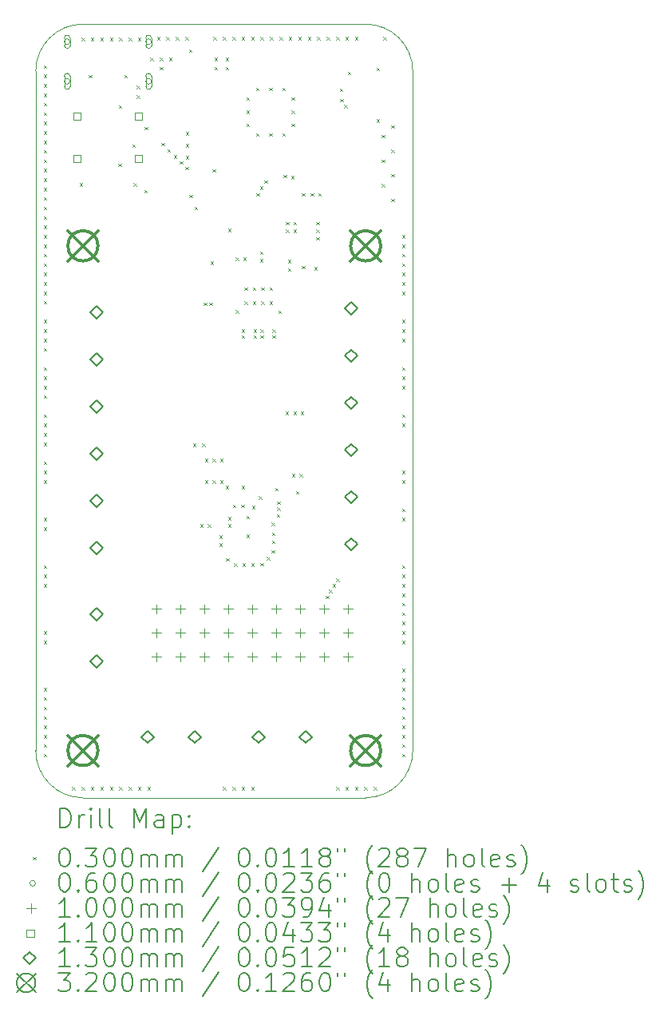
<source format=gbr>
%TF.GenerationSoftware,KiCad,Pcbnew,9.0.0*%
%TF.CreationDate,2025-07-02T14:57:16+08:00*%
%TF.ProjectId,ESPNOW,4553504e-4f57-42e6-9b69-6361645f7063,rev?*%
%TF.SameCoordinates,Original*%
%TF.FileFunction,Drillmap*%
%TF.FilePolarity,Positive*%
%FSLAX45Y45*%
G04 Gerber Fmt 4.5, Leading zero omitted, Abs format (unit mm)*
G04 Created by KiCad (PCBNEW 9.0.0) date 2025-07-02 14:57:16*
%MOMM*%
%LPD*%
G01*
G04 APERTURE LIST*
%ADD10C,0.050000*%
%ADD11C,0.200000*%
%ADD12C,0.100000*%
%ADD13C,0.110000*%
%ADD14C,0.130000*%
%ADD15C,0.320000*%
G04 APERTURE END LIST*
D10*
X19950000Y-6250000D02*
G75*
G02*
X20450000Y-6750000I0J-500000D01*
G01*
X19950000Y-14450000D02*
X16950000Y-14450000D01*
X16950000Y-14450000D02*
G75*
G02*
X16450000Y-13950000I0J500000D01*
G01*
X20450000Y-6750000D02*
X20450000Y-13950000D01*
X16450000Y-13950000D02*
X16450000Y-6750000D01*
X20450000Y-13950000D02*
G75*
G02*
X19950000Y-14450000I-500000J0D01*
G01*
X16950000Y-6250000D02*
X19950000Y-6250000D01*
X16450000Y-6750000D02*
G75*
G02*
X16950000Y-6250000I500000J0D01*
G01*
D11*
D12*
X16535000Y-6685000D02*
X16565000Y-6715000D01*
X16565000Y-6685000D02*
X16535000Y-6715000D01*
X16535000Y-6785000D02*
X16565000Y-6815000D01*
X16565000Y-6785000D02*
X16535000Y-6815000D01*
X16535000Y-6885000D02*
X16565000Y-6915000D01*
X16565000Y-6885000D02*
X16535000Y-6915000D01*
X16535000Y-6985000D02*
X16565000Y-7015000D01*
X16565000Y-6985000D02*
X16535000Y-7015000D01*
X16535000Y-7085000D02*
X16565000Y-7115000D01*
X16565000Y-7085000D02*
X16535000Y-7115000D01*
X16535000Y-7185000D02*
X16565000Y-7215000D01*
X16565000Y-7185000D02*
X16535000Y-7215000D01*
X16535000Y-7285000D02*
X16565000Y-7315000D01*
X16565000Y-7285000D02*
X16535000Y-7315000D01*
X16535000Y-7385000D02*
X16565000Y-7415000D01*
X16565000Y-7385000D02*
X16535000Y-7415000D01*
X16535000Y-7485000D02*
X16565000Y-7515000D01*
X16565000Y-7485000D02*
X16535000Y-7515000D01*
X16535000Y-7585000D02*
X16565000Y-7615000D01*
X16565000Y-7585000D02*
X16535000Y-7615000D01*
X16535000Y-7685000D02*
X16565000Y-7715000D01*
X16565000Y-7685000D02*
X16535000Y-7715000D01*
X16535000Y-7785000D02*
X16565000Y-7815000D01*
X16565000Y-7785000D02*
X16535000Y-7815000D01*
X16535000Y-7885000D02*
X16565000Y-7915000D01*
X16565000Y-7885000D02*
X16535000Y-7915000D01*
X16535000Y-7985000D02*
X16565000Y-8015000D01*
X16565000Y-7985000D02*
X16535000Y-8015000D01*
X16535000Y-8085000D02*
X16565000Y-8115000D01*
X16565000Y-8085000D02*
X16535000Y-8115000D01*
X16535000Y-8185000D02*
X16565000Y-8215000D01*
X16565000Y-8185000D02*
X16535000Y-8215000D01*
X16535000Y-8285000D02*
X16565000Y-8315000D01*
X16565000Y-8285000D02*
X16535000Y-8315000D01*
X16535000Y-8385000D02*
X16565000Y-8415000D01*
X16565000Y-8385000D02*
X16535000Y-8415000D01*
X16535000Y-8485000D02*
X16565000Y-8515000D01*
X16565000Y-8485000D02*
X16535000Y-8515000D01*
X16535000Y-8585000D02*
X16565000Y-8615000D01*
X16565000Y-8585000D02*
X16535000Y-8615000D01*
X16535000Y-8685000D02*
X16565000Y-8715000D01*
X16565000Y-8685000D02*
X16535000Y-8715000D01*
X16535000Y-8785000D02*
X16565000Y-8815000D01*
X16565000Y-8785000D02*
X16535000Y-8815000D01*
X16535000Y-8885000D02*
X16565000Y-8915000D01*
X16565000Y-8885000D02*
X16535000Y-8915000D01*
X16535000Y-8985000D02*
X16565000Y-9015000D01*
X16565000Y-8985000D02*
X16535000Y-9015000D01*
X16535000Y-9085000D02*
X16565000Y-9115000D01*
X16565000Y-9085000D02*
X16535000Y-9115000D01*
X16535000Y-9185000D02*
X16565000Y-9215000D01*
X16565000Y-9185000D02*
X16535000Y-9215000D01*
X16535000Y-9385000D02*
X16565000Y-9415000D01*
X16565000Y-9385000D02*
X16535000Y-9415000D01*
X16535000Y-9485000D02*
X16565000Y-9515000D01*
X16565000Y-9485000D02*
X16535000Y-9515000D01*
X16535000Y-9585000D02*
X16565000Y-9615000D01*
X16565000Y-9585000D02*
X16535000Y-9615000D01*
X16535000Y-9685000D02*
X16565000Y-9715000D01*
X16565000Y-9685000D02*
X16535000Y-9715000D01*
X16535000Y-9885000D02*
X16565000Y-9915000D01*
X16565000Y-9885000D02*
X16535000Y-9915000D01*
X16535000Y-9985000D02*
X16565000Y-10015000D01*
X16565000Y-9985000D02*
X16535000Y-10015000D01*
X16535000Y-10085000D02*
X16565000Y-10115000D01*
X16565000Y-10085000D02*
X16535000Y-10115000D01*
X16535000Y-10185000D02*
X16565000Y-10215000D01*
X16565000Y-10185000D02*
X16535000Y-10215000D01*
X16535000Y-10385000D02*
X16565000Y-10415000D01*
X16565000Y-10385000D02*
X16535000Y-10415000D01*
X16535000Y-10485000D02*
X16565000Y-10515000D01*
X16565000Y-10485000D02*
X16535000Y-10515000D01*
X16535000Y-10585000D02*
X16565000Y-10615000D01*
X16565000Y-10585000D02*
X16535000Y-10615000D01*
X16535000Y-10685000D02*
X16565000Y-10715000D01*
X16565000Y-10685000D02*
X16535000Y-10715000D01*
X16535000Y-10885000D02*
X16565000Y-10915000D01*
X16565000Y-10885000D02*
X16535000Y-10915000D01*
X16535000Y-10985000D02*
X16565000Y-11015000D01*
X16565000Y-10985000D02*
X16535000Y-11015000D01*
X16535000Y-11085000D02*
X16565000Y-11115000D01*
X16565000Y-11085000D02*
X16535000Y-11115000D01*
X16535000Y-11485000D02*
X16565000Y-11515000D01*
X16565000Y-11485000D02*
X16535000Y-11515000D01*
X16535000Y-11585000D02*
X16565000Y-11615000D01*
X16565000Y-11585000D02*
X16535000Y-11615000D01*
X16535000Y-11985000D02*
X16565000Y-12015000D01*
X16565000Y-11985000D02*
X16535000Y-12015000D01*
X16535000Y-12085000D02*
X16565000Y-12115000D01*
X16565000Y-12085000D02*
X16535000Y-12115000D01*
X16535000Y-12185000D02*
X16565000Y-12215000D01*
X16565000Y-12185000D02*
X16535000Y-12215000D01*
X16535000Y-12685000D02*
X16565000Y-12715000D01*
X16565000Y-12685000D02*
X16535000Y-12715000D01*
X16535000Y-12785000D02*
X16565000Y-12815000D01*
X16565000Y-12785000D02*
X16535000Y-12815000D01*
X16535000Y-13285000D02*
X16565000Y-13315000D01*
X16565000Y-13285000D02*
X16535000Y-13315000D01*
X16535000Y-13385000D02*
X16565000Y-13415000D01*
X16565000Y-13385000D02*
X16535000Y-13415000D01*
X16535000Y-13485000D02*
X16565000Y-13515000D01*
X16565000Y-13485000D02*
X16535000Y-13515000D01*
X16535000Y-13585000D02*
X16565000Y-13615000D01*
X16565000Y-13585000D02*
X16535000Y-13615000D01*
X16535000Y-13685000D02*
X16565000Y-13715000D01*
X16565000Y-13685000D02*
X16535000Y-13715000D01*
X16535000Y-13785000D02*
X16565000Y-13815000D01*
X16565000Y-13785000D02*
X16535000Y-13815000D01*
X16535000Y-13885000D02*
X16565000Y-13915000D01*
X16565000Y-13885000D02*
X16535000Y-13915000D01*
X16535000Y-13985000D02*
X16565000Y-14015000D01*
X16565000Y-13985000D02*
X16535000Y-14015000D01*
X16835000Y-14335000D02*
X16865000Y-14365000D01*
X16865000Y-14335000D02*
X16835000Y-14365000D01*
X16915000Y-7935000D02*
X16945000Y-7965000D01*
X16945000Y-7935000D02*
X16915000Y-7965000D01*
X16935000Y-6395500D02*
X16965000Y-6425500D01*
X16965000Y-6395500D02*
X16935000Y-6425500D01*
X16935000Y-14335000D02*
X16965000Y-14365000D01*
X16965000Y-14335000D02*
X16935000Y-14365000D01*
X17011000Y-6789500D02*
X17041000Y-6819500D01*
X17041000Y-6789500D02*
X17011000Y-6819500D01*
X17035000Y-6395500D02*
X17065000Y-6425500D01*
X17065000Y-6395500D02*
X17035000Y-6425500D01*
X17035000Y-14335000D02*
X17065000Y-14365000D01*
X17065000Y-14335000D02*
X17035000Y-14365000D01*
X17135000Y-6395500D02*
X17165000Y-6425500D01*
X17165000Y-6395500D02*
X17135000Y-6425500D01*
X17135000Y-14335000D02*
X17165000Y-14365000D01*
X17165000Y-14335000D02*
X17135000Y-14365000D01*
X17235000Y-6395500D02*
X17265000Y-6425500D01*
X17265000Y-6395500D02*
X17235000Y-6425500D01*
X17235000Y-14335000D02*
X17265000Y-14365000D01*
X17265000Y-14335000D02*
X17235000Y-14365000D01*
X17325000Y-7728000D02*
X17355000Y-7758000D01*
X17355000Y-7728000D02*
X17325000Y-7758000D01*
X17331000Y-7108000D02*
X17361000Y-7138000D01*
X17361000Y-7108000D02*
X17331000Y-7138000D01*
X17335000Y-6395500D02*
X17365000Y-6425500D01*
X17365000Y-6395500D02*
X17335000Y-6425500D01*
X17335000Y-14335000D02*
X17365000Y-14365000D01*
X17365000Y-14335000D02*
X17335000Y-14365000D01*
X17388000Y-6789500D02*
X17418000Y-6819500D01*
X17418000Y-6789500D02*
X17388000Y-6819500D01*
X17435000Y-6395500D02*
X17465000Y-6425500D01*
X17465000Y-6395500D02*
X17435000Y-6425500D01*
X17435000Y-14335000D02*
X17465000Y-14365000D01*
X17465000Y-14335000D02*
X17435000Y-14365000D01*
X17475000Y-7526000D02*
X17505000Y-7556000D01*
X17505000Y-7526000D02*
X17475000Y-7556000D01*
X17485000Y-7935000D02*
X17515000Y-7965000D01*
X17515000Y-7935000D02*
X17485000Y-7965000D01*
X17520000Y-6902000D02*
X17550000Y-6932000D01*
X17550000Y-6902000D02*
X17520000Y-6932000D01*
X17520000Y-7002500D02*
X17550000Y-7032500D01*
X17550000Y-7002500D02*
X17520000Y-7032500D01*
X17535000Y-6395500D02*
X17565000Y-6425500D01*
X17565000Y-6395500D02*
X17535000Y-6425500D01*
X17535000Y-14335000D02*
X17565000Y-14365000D01*
X17565000Y-14335000D02*
X17535000Y-14365000D01*
X17601000Y-8006000D02*
X17631000Y-8036000D01*
X17631000Y-8006000D02*
X17601000Y-8036000D01*
X17606000Y-7340000D02*
X17636000Y-7370000D01*
X17636000Y-7340000D02*
X17606000Y-7370000D01*
X17635000Y-14335000D02*
X17665000Y-14365000D01*
X17665000Y-14335000D02*
X17635000Y-14365000D01*
X17665000Y-6605000D02*
X17695000Y-6635000D01*
X17695000Y-6605000D02*
X17665000Y-6635000D01*
X17735000Y-6385000D02*
X17765000Y-6415000D01*
X17765000Y-6385000D02*
X17735000Y-6415000D01*
X17765000Y-6605000D02*
X17795000Y-6635000D01*
X17795000Y-6605000D02*
X17765000Y-6635000D01*
X17765000Y-6705000D02*
X17795000Y-6735000D01*
X17795000Y-6705000D02*
X17765000Y-6735000D01*
X17783000Y-7509000D02*
X17813000Y-7539000D01*
X17813000Y-7509000D02*
X17783000Y-7539000D01*
X17835000Y-6385000D02*
X17865000Y-6415000D01*
X17865000Y-6385000D02*
X17835000Y-6415000D01*
X17848000Y-7574000D02*
X17878000Y-7604000D01*
X17878000Y-7574000D02*
X17848000Y-7604000D01*
X17865000Y-6605000D02*
X17895000Y-6635000D01*
X17895000Y-6605000D02*
X17865000Y-6635000D01*
X17913000Y-7639000D02*
X17943000Y-7669000D01*
X17943000Y-7639000D02*
X17913000Y-7669000D01*
X17935000Y-6385000D02*
X17965000Y-6415000D01*
X17965000Y-6385000D02*
X17935000Y-6415000D01*
X17978000Y-7704000D02*
X18008000Y-7734000D01*
X18008000Y-7704000D02*
X17978000Y-7734000D01*
X18035000Y-6385000D02*
X18065000Y-6415000D01*
X18065000Y-6385000D02*
X18035000Y-6415000D01*
X18035000Y-7761000D02*
X18065000Y-7791000D01*
X18065000Y-7761000D02*
X18035000Y-7791000D01*
X18043000Y-7392000D02*
X18073000Y-7422000D01*
X18073000Y-7392000D02*
X18043000Y-7422000D01*
X18043000Y-7519000D02*
X18073000Y-7549000D01*
X18073000Y-7519000D02*
X18043000Y-7549000D01*
X18043000Y-7646000D02*
X18073000Y-7676000D01*
X18073000Y-7646000D02*
X18043000Y-7676000D01*
X18075000Y-6516000D02*
X18105000Y-6546000D01*
X18105000Y-6516000D02*
X18075000Y-6546000D01*
X18079000Y-8060000D02*
X18109000Y-8090000D01*
X18109000Y-8060000D02*
X18079000Y-8090000D01*
X18116000Y-10695000D02*
X18146000Y-10725000D01*
X18146000Y-10695000D02*
X18116000Y-10725000D01*
X18135000Y-8185000D02*
X18165000Y-8215000D01*
X18165000Y-8185000D02*
X18135000Y-8215000D01*
X18195000Y-11550000D02*
X18225000Y-11580000D01*
X18225000Y-11550000D02*
X18195000Y-11580000D01*
X18216000Y-10695000D02*
X18246000Y-10725000D01*
X18246000Y-10695000D02*
X18216000Y-10725000D01*
X18232500Y-9200000D02*
X18262500Y-9230000D01*
X18262500Y-9200000D02*
X18232500Y-9230000D01*
X18246000Y-10855000D02*
X18276000Y-10885000D01*
X18276000Y-10855000D02*
X18246000Y-10885000D01*
X18246000Y-11085000D02*
X18276000Y-11115000D01*
X18276000Y-11085000D02*
X18246000Y-11115000D01*
X18275000Y-11550000D02*
X18305000Y-11580000D01*
X18305000Y-11550000D02*
X18275000Y-11580000D01*
X18292500Y-9200000D02*
X18322500Y-9230000D01*
X18322500Y-9200000D02*
X18292500Y-9230000D01*
X18305000Y-8765000D02*
X18335000Y-8795000D01*
X18335000Y-8765000D02*
X18305000Y-8795000D01*
X18325000Y-7786000D02*
X18355000Y-7816000D01*
X18355000Y-7786000D02*
X18325000Y-7816000D01*
X18326000Y-10855000D02*
X18356000Y-10885000D01*
X18356000Y-10855000D02*
X18326000Y-10885000D01*
X18326000Y-11085000D02*
X18356000Y-11115000D01*
X18356000Y-11085000D02*
X18326000Y-11115000D01*
X18335000Y-6385000D02*
X18365000Y-6415000D01*
X18365000Y-6385000D02*
X18335000Y-6415000D01*
X18345000Y-6605000D02*
X18375000Y-6635000D01*
X18375000Y-6605000D02*
X18345000Y-6635000D01*
X18345000Y-6705000D02*
X18375000Y-6735000D01*
X18375000Y-6705000D02*
X18345000Y-6735000D01*
X18395000Y-11670000D02*
X18425000Y-11700000D01*
X18425000Y-11670000D02*
X18395000Y-11700000D01*
X18395000Y-11755000D02*
X18425000Y-11785000D01*
X18425000Y-11755000D02*
X18395000Y-11785000D01*
X18406000Y-10855000D02*
X18436000Y-10885000D01*
X18436000Y-10855000D02*
X18406000Y-10885000D01*
X18406000Y-11085000D02*
X18436000Y-11115000D01*
X18436000Y-11085000D02*
X18406000Y-11115000D01*
X18435000Y-6385000D02*
X18465000Y-6415000D01*
X18465000Y-6385000D02*
X18435000Y-6415000D01*
X18435000Y-14335000D02*
X18465000Y-14365000D01*
X18465000Y-14335000D02*
X18435000Y-14365000D01*
X18465000Y-6605000D02*
X18495000Y-6635000D01*
X18495000Y-6605000D02*
X18465000Y-6635000D01*
X18465000Y-6705000D02*
X18495000Y-6735000D01*
X18495000Y-6705000D02*
X18465000Y-6735000D01*
X18466000Y-11145000D02*
X18496000Y-11175000D01*
X18496000Y-11145000D02*
X18466000Y-11175000D01*
X18470000Y-11910000D02*
X18500000Y-11940000D01*
X18500000Y-11910000D02*
X18470000Y-11940000D01*
X18490000Y-8417500D02*
X18520000Y-8447500D01*
X18520000Y-8417500D02*
X18490000Y-8447500D01*
X18490000Y-11475000D02*
X18520000Y-11505000D01*
X18520000Y-11475000D02*
X18490000Y-11505000D01*
X18490000Y-11550000D02*
X18520000Y-11580000D01*
X18520000Y-11550000D02*
X18490000Y-11580000D01*
X18535000Y-6385000D02*
X18565000Y-6415000D01*
X18565000Y-6385000D02*
X18535000Y-6415000D01*
X18535000Y-14335000D02*
X18565000Y-14365000D01*
X18565000Y-14335000D02*
X18535000Y-14365000D01*
X18540000Y-11345000D02*
X18570000Y-11375000D01*
X18570000Y-11345000D02*
X18540000Y-11375000D01*
X18554000Y-11965000D02*
X18584000Y-11995000D01*
X18584000Y-11965000D02*
X18554000Y-11995000D01*
X18570000Y-9282500D02*
X18600000Y-9312500D01*
X18600000Y-9282500D02*
X18570000Y-9312500D01*
X18572000Y-8723750D02*
X18602000Y-8753750D01*
X18602000Y-8723750D02*
X18572000Y-8753750D01*
X18630000Y-11345000D02*
X18660000Y-11375000D01*
X18660000Y-11345000D02*
X18630000Y-11375000D01*
X18634000Y-11145000D02*
X18664000Y-11175000D01*
X18664000Y-11145000D02*
X18634000Y-11175000D01*
X18634750Y-9485000D02*
X18664750Y-9515000D01*
X18664750Y-9485000D02*
X18634750Y-9515000D01*
X18635000Y-6385000D02*
X18665000Y-6415000D01*
X18665000Y-6385000D02*
X18635000Y-6415000D01*
X18635000Y-9550000D02*
X18665000Y-9580000D01*
X18665000Y-9550000D02*
X18635000Y-9580000D01*
X18635000Y-14335000D02*
X18665000Y-14365000D01*
X18665000Y-14335000D02*
X18635000Y-14365000D01*
X18644000Y-11965000D02*
X18674000Y-11995000D01*
X18674000Y-11965000D02*
X18644000Y-11995000D01*
X18652000Y-8724750D02*
X18682000Y-8754750D01*
X18682000Y-8724750D02*
X18652000Y-8754750D01*
X18663000Y-9040750D02*
X18693000Y-9070750D01*
X18693000Y-9040750D02*
X18663000Y-9070750D01*
X18663000Y-9187750D02*
X18693000Y-9217750D01*
X18693000Y-9187750D02*
X18663000Y-9217750D01*
X18685000Y-7025000D02*
X18715000Y-7055000D01*
X18715000Y-7025000D02*
X18685000Y-7055000D01*
X18685000Y-7165000D02*
X18715000Y-7195000D01*
X18715000Y-7165000D02*
X18685000Y-7195000D01*
X18685000Y-7305000D02*
X18715000Y-7335000D01*
X18715000Y-7305000D02*
X18685000Y-7335000D01*
X18685000Y-11460000D02*
X18715000Y-11490000D01*
X18715000Y-11460000D02*
X18685000Y-11490000D01*
X18685000Y-11660000D02*
X18715000Y-11690000D01*
X18715000Y-11660000D02*
X18685000Y-11690000D01*
X18734000Y-11965000D02*
X18764000Y-11995000D01*
X18764000Y-11965000D02*
X18734000Y-11995000D01*
X18735000Y-6385000D02*
X18765000Y-6415000D01*
X18765000Y-6385000D02*
X18735000Y-6415000D01*
X18735000Y-14335000D02*
X18765000Y-14365000D01*
X18765000Y-14335000D02*
X18735000Y-14365000D01*
X18745000Y-11355000D02*
X18775000Y-11385000D01*
X18775000Y-11355000D02*
X18745000Y-11385000D01*
X18752500Y-9040750D02*
X18782500Y-9070750D01*
X18782500Y-9040750D02*
X18752500Y-9070750D01*
X18752500Y-9187750D02*
X18782500Y-9217750D01*
X18782500Y-9187750D02*
X18752500Y-9217750D01*
X18760000Y-9485000D02*
X18790000Y-9515000D01*
X18790000Y-9485000D02*
X18760000Y-9515000D01*
X18760000Y-9550000D02*
X18790000Y-9580000D01*
X18790000Y-9550000D02*
X18760000Y-9580000D01*
X18785000Y-6925000D02*
X18815000Y-6955000D01*
X18815000Y-6925000D02*
X18785000Y-6955000D01*
X18785000Y-7405000D02*
X18815000Y-7435000D01*
X18815000Y-7405000D02*
X18785000Y-7435000D01*
X18790000Y-8040000D02*
X18820000Y-8070000D01*
X18820000Y-8040000D02*
X18790000Y-8070000D01*
X18815000Y-11255000D02*
X18845000Y-11285000D01*
X18845000Y-11255000D02*
X18815000Y-11285000D01*
X18827000Y-7969000D02*
X18857000Y-7999000D01*
X18857000Y-7969000D02*
X18827000Y-7999000D01*
X18829750Y-8657500D02*
X18859750Y-8687500D01*
X18859750Y-8657500D02*
X18829750Y-8687500D01*
X18829750Y-8737500D02*
X18859750Y-8767500D01*
X18859750Y-8737500D02*
X18829750Y-8767500D01*
X18831000Y-11961000D02*
X18861000Y-11991000D01*
X18861000Y-11961000D02*
X18831000Y-11991000D01*
X18835000Y-6385000D02*
X18865000Y-6415000D01*
X18865000Y-6385000D02*
X18835000Y-6415000D01*
X18835000Y-9485000D02*
X18865000Y-9515000D01*
X18865000Y-9485000D02*
X18835000Y-9515000D01*
X18835000Y-9550000D02*
X18865000Y-9580000D01*
X18865000Y-9550000D02*
X18835000Y-9580000D01*
X18842000Y-9040750D02*
X18872000Y-9070750D01*
X18872000Y-9040750D02*
X18842000Y-9070750D01*
X18842000Y-9187750D02*
X18872000Y-9217750D01*
X18872000Y-9187750D02*
X18842000Y-9217750D01*
X18874000Y-7904000D02*
X18904000Y-7934000D01*
X18904000Y-7904000D02*
X18874000Y-7934000D01*
X18899000Y-11899000D02*
X18929000Y-11929000D01*
X18929000Y-11899000D02*
X18899000Y-11929000D01*
X18925000Y-6925000D02*
X18955000Y-6955000D01*
X18955000Y-6925000D02*
X18925000Y-6955000D01*
X18925000Y-7405000D02*
X18955000Y-7435000D01*
X18955000Y-7405000D02*
X18925000Y-7435000D01*
X18931500Y-9040750D02*
X18961500Y-9070750D01*
X18961500Y-9040750D02*
X18931500Y-9070750D01*
X18931500Y-9187750D02*
X18961500Y-9217750D01*
X18961500Y-9187750D02*
X18931500Y-9217750D01*
X18935000Y-6385000D02*
X18965000Y-6415000D01*
X18965000Y-6385000D02*
X18935000Y-6415000D01*
X18950000Y-11535000D02*
X18980000Y-11565000D01*
X18980000Y-11535000D02*
X18950000Y-11565000D01*
X18951000Y-11826000D02*
X18981000Y-11856000D01*
X18981000Y-11826000D02*
X18951000Y-11856000D01*
X18955000Y-11641000D02*
X18985000Y-11671000D01*
X18985000Y-11641000D02*
X18955000Y-11671000D01*
X18955000Y-11725000D02*
X18985000Y-11755000D01*
X18985000Y-11725000D02*
X18955000Y-11755000D01*
X18959750Y-9485000D02*
X18989750Y-9515000D01*
X18989750Y-9485000D02*
X18959750Y-9515000D01*
X18959750Y-9550000D02*
X18989750Y-9580000D01*
X18989750Y-9550000D02*
X18959750Y-9580000D01*
X18990000Y-11165000D02*
X19020000Y-11195000D01*
X19020000Y-11165000D02*
X18990000Y-11195000D01*
X19005000Y-11445000D02*
X19035000Y-11475000D01*
X19035000Y-11445000D02*
X19005000Y-11475000D01*
X19010000Y-11310000D02*
X19040000Y-11340000D01*
X19040000Y-11310000D02*
X19010000Y-11340000D01*
X19010000Y-11375000D02*
X19040000Y-11405000D01*
X19040000Y-11375000D02*
X19010000Y-11405000D01*
X19025000Y-9287500D02*
X19055000Y-9317500D01*
X19055000Y-9287500D02*
X19025000Y-9317500D01*
X19035000Y-6385000D02*
X19065000Y-6415000D01*
X19065000Y-6385000D02*
X19035000Y-6415000D01*
X19065000Y-6925000D02*
X19095000Y-6955000D01*
X19095000Y-6925000D02*
X19065000Y-6955000D01*
X19065000Y-7405000D02*
X19095000Y-7435000D01*
X19095000Y-7405000D02*
X19065000Y-7435000D01*
X19076500Y-7845500D02*
X19106500Y-7875500D01*
X19106500Y-7845500D02*
X19076500Y-7875500D01*
X19101000Y-10355000D02*
X19131000Y-10385000D01*
X19131000Y-10355000D02*
X19101000Y-10385000D01*
X19105000Y-8345000D02*
X19135000Y-8375000D01*
X19135000Y-8345000D02*
X19105000Y-8375000D01*
X19105000Y-8425000D02*
X19135000Y-8455000D01*
X19135000Y-8425000D02*
X19105000Y-8455000D01*
X19124000Y-8750000D02*
X19154000Y-8780000D01*
X19154000Y-8750000D02*
X19124000Y-8780000D01*
X19124000Y-8838000D02*
X19154000Y-8868000D01*
X19154000Y-8838000D02*
X19124000Y-8868000D01*
X19135000Y-6385000D02*
X19165000Y-6415000D01*
X19165000Y-6385000D02*
X19135000Y-6415000D01*
X19157000Y-7857000D02*
X19187000Y-7887000D01*
X19187000Y-7857000D02*
X19157000Y-7887000D01*
X19165000Y-7025000D02*
X19195000Y-7055000D01*
X19195000Y-7025000D02*
X19165000Y-7055000D01*
X19165000Y-7165000D02*
X19195000Y-7195000D01*
X19195000Y-7165000D02*
X19165000Y-7195000D01*
X19165000Y-7305000D02*
X19195000Y-7335000D01*
X19195000Y-7305000D02*
X19165000Y-7335000D01*
X19168000Y-11015000D02*
X19198000Y-11045000D01*
X19198000Y-11015000D02*
X19168000Y-11045000D01*
X19185000Y-8345000D02*
X19215000Y-8375000D01*
X19215000Y-8345000D02*
X19185000Y-8375000D01*
X19185000Y-8425000D02*
X19215000Y-8455000D01*
X19215000Y-8425000D02*
X19185000Y-8455000D01*
X19186000Y-10355000D02*
X19216000Y-10385000D01*
X19216000Y-10355000D02*
X19186000Y-10385000D01*
X19208000Y-11200000D02*
X19238000Y-11230000D01*
X19238000Y-11200000D02*
X19208000Y-11230000D01*
X19235000Y-6385000D02*
X19265000Y-6415000D01*
X19265000Y-6385000D02*
X19235000Y-6415000D01*
X19248000Y-11015000D02*
X19278000Y-11045000D01*
X19278000Y-11015000D02*
X19248000Y-11045000D01*
X19261000Y-10355000D02*
X19291000Y-10385000D01*
X19291000Y-10355000D02*
X19261000Y-10385000D01*
X19274000Y-8810000D02*
X19304000Y-8840000D01*
X19304000Y-8810000D02*
X19274000Y-8840000D01*
X19275000Y-8040000D02*
X19305000Y-8070000D01*
X19305000Y-8040000D02*
X19275000Y-8070000D01*
X19335000Y-6385000D02*
X19365000Y-6415000D01*
X19365000Y-6385000D02*
X19335000Y-6415000D01*
X19367000Y-8040000D02*
X19397000Y-8070000D01*
X19397000Y-8040000D02*
X19367000Y-8070000D01*
X19405000Y-8825000D02*
X19435000Y-8855000D01*
X19435000Y-8825000D02*
X19405000Y-8855000D01*
X19425000Y-8345000D02*
X19455000Y-8375000D01*
X19455000Y-8345000D02*
X19425000Y-8375000D01*
X19425000Y-8425000D02*
X19455000Y-8455000D01*
X19455000Y-8425000D02*
X19425000Y-8455000D01*
X19425000Y-8505000D02*
X19455000Y-8535000D01*
X19455000Y-8505000D02*
X19425000Y-8535000D01*
X19435000Y-6385000D02*
X19465000Y-6415000D01*
X19465000Y-6385000D02*
X19435000Y-6415000D01*
X19447000Y-8040000D02*
X19477000Y-8070000D01*
X19477000Y-8040000D02*
X19447000Y-8070000D01*
X19529000Y-12309000D02*
X19559000Y-12339000D01*
X19559000Y-12309000D02*
X19529000Y-12339000D01*
X19535000Y-6385000D02*
X19565000Y-6415000D01*
X19565000Y-6385000D02*
X19535000Y-6415000D01*
X19560000Y-12245000D02*
X19590000Y-12275000D01*
X19590000Y-12245000D02*
X19560000Y-12275000D01*
X19600000Y-12185000D02*
X19630000Y-12215000D01*
X19630000Y-12185000D02*
X19600000Y-12215000D01*
X19635000Y-6385000D02*
X19665000Y-6415000D01*
X19665000Y-6385000D02*
X19635000Y-6415000D01*
X19635000Y-14335000D02*
X19665000Y-14365000D01*
X19665000Y-14335000D02*
X19635000Y-14365000D01*
X19637500Y-12125000D02*
X19667500Y-12155000D01*
X19667500Y-12125000D02*
X19637500Y-12155000D01*
X19674000Y-6933000D02*
X19704000Y-6963000D01*
X19704000Y-6933000D02*
X19674000Y-6963000D01*
X19680000Y-7041000D02*
X19710000Y-7071000D01*
X19710000Y-7041000D02*
X19680000Y-7071000D01*
X19724000Y-7105000D02*
X19754000Y-7135000D01*
X19754000Y-7105000D02*
X19724000Y-7135000D01*
X19735000Y-6385000D02*
X19765000Y-6415000D01*
X19765000Y-6385000D02*
X19735000Y-6415000D01*
X19735000Y-14335000D02*
X19765000Y-14365000D01*
X19765000Y-14335000D02*
X19735000Y-14365000D01*
X19759000Y-6756000D02*
X19789000Y-6786000D01*
X19789000Y-6756000D02*
X19759000Y-6786000D01*
X19835000Y-6385000D02*
X19865000Y-6415000D01*
X19865000Y-6385000D02*
X19835000Y-6415000D01*
X19835000Y-14335000D02*
X19865000Y-14365000D01*
X19865000Y-14335000D02*
X19835000Y-14365000D01*
X19935000Y-14335000D02*
X19965000Y-14365000D01*
X19965000Y-14335000D02*
X19935000Y-14365000D01*
X20035000Y-14335000D02*
X20065000Y-14365000D01*
X20065000Y-14335000D02*
X20035000Y-14365000D01*
X20065000Y-6712500D02*
X20095000Y-6742500D01*
X20095000Y-6712500D02*
X20065000Y-6742500D01*
X20065750Y-7259000D02*
X20095750Y-7289000D01*
X20095750Y-7259000D02*
X20065750Y-7289000D01*
X20121500Y-7424750D02*
X20151500Y-7454750D01*
X20151500Y-7424750D02*
X20121500Y-7454750D01*
X20121500Y-7684750D02*
X20151500Y-7714750D01*
X20151500Y-7684750D02*
X20121500Y-7714750D01*
X20121500Y-7944750D02*
X20151500Y-7974750D01*
X20151500Y-7944750D02*
X20121500Y-7974750D01*
X20135000Y-6385000D02*
X20165000Y-6415000D01*
X20165000Y-6385000D02*
X20135000Y-6415000D01*
X20219000Y-7319750D02*
X20249000Y-7349750D01*
X20249000Y-7319750D02*
X20219000Y-7349750D01*
X20219000Y-7579750D02*
X20249000Y-7609750D01*
X20249000Y-7579750D02*
X20219000Y-7609750D01*
X20219000Y-7839750D02*
X20249000Y-7869750D01*
X20249000Y-7839750D02*
X20219000Y-7869750D01*
X20219000Y-8099750D02*
X20249000Y-8129750D01*
X20249000Y-8099750D02*
X20219000Y-8129750D01*
X20335000Y-8485000D02*
X20365000Y-8515000D01*
X20365000Y-8485000D02*
X20335000Y-8515000D01*
X20335000Y-8585000D02*
X20365000Y-8615000D01*
X20365000Y-8585000D02*
X20335000Y-8615000D01*
X20335000Y-8685000D02*
X20365000Y-8715000D01*
X20365000Y-8685000D02*
X20335000Y-8715000D01*
X20335000Y-8785000D02*
X20365000Y-8815000D01*
X20365000Y-8785000D02*
X20335000Y-8815000D01*
X20335000Y-8885000D02*
X20365000Y-8915000D01*
X20365000Y-8885000D02*
X20335000Y-8915000D01*
X20335000Y-8985000D02*
X20365000Y-9015000D01*
X20365000Y-8985000D02*
X20335000Y-9015000D01*
X20335000Y-9085000D02*
X20365000Y-9115000D01*
X20365000Y-9085000D02*
X20335000Y-9115000D01*
X20335000Y-9385000D02*
X20365000Y-9415000D01*
X20365000Y-9385000D02*
X20335000Y-9415000D01*
X20335000Y-9485000D02*
X20365000Y-9515000D01*
X20365000Y-9485000D02*
X20335000Y-9515000D01*
X20335000Y-9585000D02*
X20365000Y-9615000D01*
X20365000Y-9585000D02*
X20335000Y-9615000D01*
X20335000Y-9885000D02*
X20365000Y-9915000D01*
X20365000Y-9885000D02*
X20335000Y-9915000D01*
X20335000Y-9985000D02*
X20365000Y-10015000D01*
X20365000Y-9985000D02*
X20335000Y-10015000D01*
X20335000Y-10085000D02*
X20365000Y-10115000D01*
X20365000Y-10085000D02*
X20335000Y-10115000D01*
X20335000Y-10385000D02*
X20365000Y-10415000D01*
X20365000Y-10385000D02*
X20335000Y-10415000D01*
X20335000Y-10485000D02*
X20365000Y-10515000D01*
X20365000Y-10485000D02*
X20335000Y-10515000D01*
X20335000Y-10985000D02*
X20365000Y-11015000D01*
X20365000Y-10985000D02*
X20335000Y-11015000D01*
X20335000Y-11085000D02*
X20365000Y-11115000D01*
X20365000Y-11085000D02*
X20335000Y-11115000D01*
X20335000Y-11385000D02*
X20365000Y-11415000D01*
X20365000Y-11385000D02*
X20335000Y-11415000D01*
X20335000Y-11485000D02*
X20365000Y-11515000D01*
X20365000Y-11485000D02*
X20335000Y-11515000D01*
X20335000Y-11985000D02*
X20365000Y-12015000D01*
X20365000Y-11985000D02*
X20335000Y-12015000D01*
X20335000Y-12085000D02*
X20365000Y-12115000D01*
X20365000Y-12085000D02*
X20335000Y-12115000D01*
X20335000Y-12185000D02*
X20365000Y-12215000D01*
X20365000Y-12185000D02*
X20335000Y-12215000D01*
X20335000Y-12285000D02*
X20365000Y-12315000D01*
X20365000Y-12285000D02*
X20335000Y-12315000D01*
X20335000Y-12385000D02*
X20365000Y-12415000D01*
X20365000Y-12385000D02*
X20335000Y-12415000D01*
X20335000Y-12485000D02*
X20365000Y-12515000D01*
X20365000Y-12485000D02*
X20335000Y-12515000D01*
X20335000Y-12585000D02*
X20365000Y-12615000D01*
X20365000Y-12585000D02*
X20335000Y-12615000D01*
X20335000Y-12685000D02*
X20365000Y-12715000D01*
X20365000Y-12685000D02*
X20335000Y-12715000D01*
X20335000Y-12785000D02*
X20365000Y-12815000D01*
X20365000Y-12785000D02*
X20335000Y-12815000D01*
X20335000Y-13085000D02*
X20365000Y-13115000D01*
X20365000Y-13085000D02*
X20335000Y-13115000D01*
X20335000Y-13185000D02*
X20365000Y-13215000D01*
X20365000Y-13185000D02*
X20335000Y-13215000D01*
X20335000Y-13285000D02*
X20365000Y-13315000D01*
X20365000Y-13285000D02*
X20335000Y-13315000D01*
X20335000Y-13385000D02*
X20365000Y-13415000D01*
X20365000Y-13385000D02*
X20335000Y-13415000D01*
X20335000Y-13485000D02*
X20365000Y-13515000D01*
X20365000Y-13485000D02*
X20335000Y-13515000D01*
X20335000Y-13585000D02*
X20365000Y-13615000D01*
X20365000Y-13585000D02*
X20335000Y-13615000D01*
X20335000Y-13685000D02*
X20365000Y-13715000D01*
X20365000Y-13685000D02*
X20335000Y-13715000D01*
X20335000Y-13785000D02*
X20365000Y-13815000D01*
X20365000Y-13785000D02*
X20335000Y-13815000D01*
X20335000Y-13885000D02*
X20365000Y-13915000D01*
X20365000Y-13885000D02*
X20335000Y-13915000D01*
X20335000Y-13985000D02*
X20365000Y-14015000D01*
X20365000Y-13985000D02*
X20335000Y-14015000D01*
X16813000Y-6437000D02*
G75*
G02*
X16753000Y-6437000I-30000J0D01*
G01*
X16753000Y-6437000D02*
G75*
G02*
X16813000Y-6437000I30000J0D01*
G01*
X16813000Y-6477000D02*
X16813000Y-6397000D01*
X16753000Y-6397000D02*
G75*
G02*
X16813000Y-6397000I30000J0D01*
G01*
X16753000Y-6397000D02*
X16753000Y-6477000D01*
X16753000Y-6477000D02*
G75*
G03*
X16813000Y-6477000I30000J0D01*
G01*
X16813000Y-6857000D02*
G75*
G02*
X16753000Y-6857000I-30000J0D01*
G01*
X16753000Y-6857000D02*
G75*
G02*
X16813000Y-6857000I30000J0D01*
G01*
X16813000Y-6912000D02*
X16813000Y-6802000D01*
X16753000Y-6802000D02*
G75*
G02*
X16813000Y-6802000I30000J0D01*
G01*
X16753000Y-6802000D02*
X16753000Y-6912000D01*
X16753000Y-6912000D02*
G75*
G03*
X16813000Y-6912000I30000J0D01*
G01*
X17677000Y-6437000D02*
G75*
G02*
X17617000Y-6437000I-30000J0D01*
G01*
X17617000Y-6437000D02*
G75*
G02*
X17677000Y-6437000I30000J0D01*
G01*
X17677000Y-6477000D02*
X17677000Y-6397000D01*
X17617000Y-6397000D02*
G75*
G02*
X17677000Y-6397000I30000J0D01*
G01*
X17617000Y-6397000D02*
X17617000Y-6477000D01*
X17617000Y-6477000D02*
G75*
G03*
X17677000Y-6477000I30000J0D01*
G01*
X17677000Y-6857000D02*
G75*
G02*
X17617000Y-6857000I-30000J0D01*
G01*
X17617000Y-6857000D02*
G75*
G02*
X17677000Y-6857000I30000J0D01*
G01*
X17677000Y-6912000D02*
X17677000Y-6802000D01*
X17617000Y-6802000D02*
G75*
G02*
X17677000Y-6802000I30000J0D01*
G01*
X17617000Y-6802000D02*
X17617000Y-6912000D01*
X17617000Y-6912000D02*
G75*
G03*
X17677000Y-6912000I30000J0D01*
G01*
X17733000Y-12400000D02*
X17733000Y-12500000D01*
X17683000Y-12450000D02*
X17783000Y-12450000D01*
X17733000Y-12654000D02*
X17733000Y-12754000D01*
X17683000Y-12704000D02*
X17783000Y-12704000D01*
X17733000Y-12908000D02*
X17733000Y-13008000D01*
X17683000Y-12958000D02*
X17783000Y-12958000D01*
X17987000Y-12400000D02*
X17987000Y-12500000D01*
X17937000Y-12450000D02*
X18037000Y-12450000D01*
X17987000Y-12654000D02*
X17987000Y-12754000D01*
X17937000Y-12704000D02*
X18037000Y-12704000D01*
X17987000Y-12908000D02*
X17987000Y-13008000D01*
X17937000Y-12958000D02*
X18037000Y-12958000D01*
X18241000Y-12400000D02*
X18241000Y-12500000D01*
X18191000Y-12450000D02*
X18291000Y-12450000D01*
X18241000Y-12654000D02*
X18241000Y-12754000D01*
X18191000Y-12704000D02*
X18291000Y-12704000D01*
X18241000Y-12908000D02*
X18241000Y-13008000D01*
X18191000Y-12958000D02*
X18291000Y-12958000D01*
X18495000Y-12400000D02*
X18495000Y-12500000D01*
X18445000Y-12450000D02*
X18545000Y-12450000D01*
X18495000Y-12654000D02*
X18495000Y-12754000D01*
X18445000Y-12704000D02*
X18545000Y-12704000D01*
X18495000Y-12908000D02*
X18495000Y-13008000D01*
X18445000Y-12958000D02*
X18545000Y-12958000D01*
X18749000Y-12400000D02*
X18749000Y-12500000D01*
X18699000Y-12450000D02*
X18799000Y-12450000D01*
X18749000Y-12654000D02*
X18749000Y-12754000D01*
X18699000Y-12704000D02*
X18799000Y-12704000D01*
X18749000Y-12908000D02*
X18749000Y-13008000D01*
X18699000Y-12958000D02*
X18799000Y-12958000D01*
X19003000Y-12400000D02*
X19003000Y-12500000D01*
X18953000Y-12450000D02*
X19053000Y-12450000D01*
X19003000Y-12654000D02*
X19003000Y-12754000D01*
X18953000Y-12704000D02*
X19053000Y-12704000D01*
X19003000Y-12908000D02*
X19003000Y-13008000D01*
X18953000Y-12958000D02*
X19053000Y-12958000D01*
X19257000Y-12400000D02*
X19257000Y-12500000D01*
X19207000Y-12450000D02*
X19307000Y-12450000D01*
X19257000Y-12654000D02*
X19257000Y-12754000D01*
X19207000Y-12704000D02*
X19307000Y-12704000D01*
X19257000Y-12908000D02*
X19257000Y-13008000D01*
X19207000Y-12958000D02*
X19307000Y-12958000D01*
X19511000Y-12400000D02*
X19511000Y-12500000D01*
X19461000Y-12450000D02*
X19561000Y-12450000D01*
X19511000Y-12654000D02*
X19511000Y-12754000D01*
X19461000Y-12704000D02*
X19561000Y-12704000D01*
X19511000Y-12908000D02*
X19511000Y-13008000D01*
X19461000Y-12958000D02*
X19561000Y-12958000D01*
X19765000Y-12400000D02*
X19765000Y-12500000D01*
X19715000Y-12450000D02*
X19815000Y-12450000D01*
X19765000Y-12654000D02*
X19765000Y-12754000D01*
X19715000Y-12704000D02*
X19815000Y-12704000D01*
X19765000Y-12908000D02*
X19765000Y-13008000D01*
X19715000Y-12958000D02*
X19815000Y-12958000D01*
D13*
X16929891Y-7262891D02*
X16929891Y-7185109D01*
X16852109Y-7185109D01*
X16852109Y-7262891D01*
X16929891Y-7262891D01*
X16929891Y-7712891D02*
X16929891Y-7635109D01*
X16852109Y-7635109D01*
X16852109Y-7712891D01*
X16929891Y-7712891D01*
X17579891Y-7262891D02*
X17579891Y-7185109D01*
X17502109Y-7185109D01*
X17502109Y-7262891D01*
X17579891Y-7262891D01*
X17579891Y-7712891D02*
X17579891Y-7635109D01*
X17502109Y-7635109D01*
X17502109Y-7712891D01*
X17579891Y-7712891D01*
D14*
X17095000Y-9369000D02*
X17160000Y-9304000D01*
X17095000Y-9239000D01*
X17030000Y-9304000D01*
X17095000Y-9369000D01*
X17095000Y-9869000D02*
X17160000Y-9804000D01*
X17095000Y-9739000D01*
X17030000Y-9804000D01*
X17095000Y-9869000D01*
X17095000Y-10369000D02*
X17160000Y-10304000D01*
X17095000Y-10239000D01*
X17030000Y-10304000D01*
X17095000Y-10369000D01*
X17095000Y-10869000D02*
X17160000Y-10804000D01*
X17095000Y-10739000D01*
X17030000Y-10804000D01*
X17095000Y-10869000D01*
X17095000Y-11369000D02*
X17160000Y-11304000D01*
X17095000Y-11239000D01*
X17030000Y-11304000D01*
X17095000Y-11369000D01*
X17095000Y-11869000D02*
X17160000Y-11804000D01*
X17095000Y-11739000D01*
X17030000Y-11804000D01*
X17095000Y-11869000D01*
X17095000Y-12569000D02*
X17160000Y-12504000D01*
X17095000Y-12439000D01*
X17030000Y-12504000D01*
X17095000Y-12569000D01*
X17095000Y-13069000D02*
X17160000Y-13004000D01*
X17095000Y-12939000D01*
X17030000Y-13004000D01*
X17095000Y-13069000D01*
X17637000Y-13872000D02*
X17702000Y-13807000D01*
X17637000Y-13742000D01*
X17572000Y-13807000D01*
X17637000Y-13872000D01*
X18137000Y-13872000D02*
X18202000Y-13807000D01*
X18137000Y-13742000D01*
X18072000Y-13807000D01*
X18137000Y-13872000D01*
X18814000Y-13872000D02*
X18879000Y-13807000D01*
X18814000Y-13742000D01*
X18749000Y-13807000D01*
X18814000Y-13872000D01*
X19314000Y-13872000D02*
X19379000Y-13807000D01*
X19314000Y-13742000D01*
X19249000Y-13807000D01*
X19314000Y-13872000D01*
X19795000Y-9329000D02*
X19860000Y-9264000D01*
X19795000Y-9199000D01*
X19730000Y-9264000D01*
X19795000Y-9329000D01*
X19795000Y-9829000D02*
X19860000Y-9764000D01*
X19795000Y-9699000D01*
X19730000Y-9764000D01*
X19795000Y-9829000D01*
X19795000Y-10329000D02*
X19860000Y-10264000D01*
X19795000Y-10199000D01*
X19730000Y-10264000D01*
X19795000Y-10329000D01*
X19795000Y-10829000D02*
X19860000Y-10764000D01*
X19795000Y-10699000D01*
X19730000Y-10764000D01*
X19795000Y-10829000D01*
X19795000Y-11329000D02*
X19860000Y-11264000D01*
X19795000Y-11199000D01*
X19730000Y-11264000D01*
X19795000Y-11329000D01*
X19795000Y-11829000D02*
X19860000Y-11764000D01*
X19795000Y-11699000D01*
X19730000Y-11764000D01*
X19795000Y-11829000D01*
D15*
X16790000Y-8440000D02*
X17110000Y-8760000D01*
X17110000Y-8440000D02*
X16790000Y-8760000D01*
X17110000Y-8600000D02*
G75*
G02*
X16790000Y-8600000I-160000J0D01*
G01*
X16790000Y-8600000D02*
G75*
G02*
X17110000Y-8600000I160000J0D01*
G01*
X16790000Y-13790000D02*
X17110000Y-14110000D01*
X17110000Y-13790000D02*
X16790000Y-14110000D01*
X17110000Y-13950000D02*
G75*
G02*
X16790000Y-13950000I-160000J0D01*
G01*
X16790000Y-13950000D02*
G75*
G02*
X17110000Y-13950000I160000J0D01*
G01*
X19790000Y-8440000D02*
X20110000Y-8760000D01*
X20110000Y-8440000D02*
X19790000Y-8760000D01*
X20110000Y-8600000D02*
G75*
G02*
X19790000Y-8600000I-160000J0D01*
G01*
X19790000Y-8600000D02*
G75*
G02*
X20110000Y-8600000I160000J0D01*
G01*
X19790000Y-13790000D02*
X20110000Y-14110000D01*
X20110000Y-13790000D02*
X19790000Y-14110000D01*
X20110000Y-13950000D02*
G75*
G02*
X19790000Y-13950000I-160000J0D01*
G01*
X19790000Y-13950000D02*
G75*
G02*
X20110000Y-13950000I160000J0D01*
G01*
D11*
X16708277Y-14763984D02*
X16708277Y-14563984D01*
X16708277Y-14563984D02*
X16755896Y-14563984D01*
X16755896Y-14563984D02*
X16784467Y-14573508D01*
X16784467Y-14573508D02*
X16803515Y-14592555D01*
X16803515Y-14592555D02*
X16813039Y-14611603D01*
X16813039Y-14611603D02*
X16822563Y-14649698D01*
X16822563Y-14649698D02*
X16822563Y-14678269D01*
X16822563Y-14678269D02*
X16813039Y-14716365D01*
X16813039Y-14716365D02*
X16803515Y-14735412D01*
X16803515Y-14735412D02*
X16784467Y-14754460D01*
X16784467Y-14754460D02*
X16755896Y-14763984D01*
X16755896Y-14763984D02*
X16708277Y-14763984D01*
X16908277Y-14763984D02*
X16908277Y-14630650D01*
X16908277Y-14668746D02*
X16917801Y-14649698D01*
X16917801Y-14649698D02*
X16927324Y-14640174D01*
X16927324Y-14640174D02*
X16946372Y-14630650D01*
X16946372Y-14630650D02*
X16965420Y-14630650D01*
X17032086Y-14763984D02*
X17032086Y-14630650D01*
X17032086Y-14563984D02*
X17022563Y-14573508D01*
X17022563Y-14573508D02*
X17032086Y-14583031D01*
X17032086Y-14583031D02*
X17041610Y-14573508D01*
X17041610Y-14573508D02*
X17032086Y-14563984D01*
X17032086Y-14563984D02*
X17032086Y-14583031D01*
X17155896Y-14763984D02*
X17136848Y-14754460D01*
X17136848Y-14754460D02*
X17127324Y-14735412D01*
X17127324Y-14735412D02*
X17127324Y-14563984D01*
X17260658Y-14763984D02*
X17241610Y-14754460D01*
X17241610Y-14754460D02*
X17232086Y-14735412D01*
X17232086Y-14735412D02*
X17232086Y-14563984D01*
X17489229Y-14763984D02*
X17489229Y-14563984D01*
X17489229Y-14563984D02*
X17555896Y-14706841D01*
X17555896Y-14706841D02*
X17622563Y-14563984D01*
X17622563Y-14563984D02*
X17622563Y-14763984D01*
X17803515Y-14763984D02*
X17803515Y-14659222D01*
X17803515Y-14659222D02*
X17793991Y-14640174D01*
X17793991Y-14640174D02*
X17774944Y-14630650D01*
X17774944Y-14630650D02*
X17736848Y-14630650D01*
X17736848Y-14630650D02*
X17717801Y-14640174D01*
X17803515Y-14754460D02*
X17784467Y-14763984D01*
X17784467Y-14763984D02*
X17736848Y-14763984D01*
X17736848Y-14763984D02*
X17717801Y-14754460D01*
X17717801Y-14754460D02*
X17708277Y-14735412D01*
X17708277Y-14735412D02*
X17708277Y-14716365D01*
X17708277Y-14716365D02*
X17717801Y-14697317D01*
X17717801Y-14697317D02*
X17736848Y-14687793D01*
X17736848Y-14687793D02*
X17784467Y-14687793D01*
X17784467Y-14687793D02*
X17803515Y-14678269D01*
X17898753Y-14630650D02*
X17898753Y-14830650D01*
X17898753Y-14640174D02*
X17917801Y-14630650D01*
X17917801Y-14630650D02*
X17955896Y-14630650D01*
X17955896Y-14630650D02*
X17974944Y-14640174D01*
X17974944Y-14640174D02*
X17984467Y-14649698D01*
X17984467Y-14649698D02*
X17993991Y-14668746D01*
X17993991Y-14668746D02*
X17993991Y-14725888D01*
X17993991Y-14725888D02*
X17984467Y-14744936D01*
X17984467Y-14744936D02*
X17974944Y-14754460D01*
X17974944Y-14754460D02*
X17955896Y-14763984D01*
X17955896Y-14763984D02*
X17917801Y-14763984D01*
X17917801Y-14763984D02*
X17898753Y-14754460D01*
X18079705Y-14744936D02*
X18089229Y-14754460D01*
X18089229Y-14754460D02*
X18079705Y-14763984D01*
X18079705Y-14763984D02*
X18070182Y-14754460D01*
X18070182Y-14754460D02*
X18079705Y-14744936D01*
X18079705Y-14744936D02*
X18079705Y-14763984D01*
X18079705Y-14640174D02*
X18089229Y-14649698D01*
X18089229Y-14649698D02*
X18079705Y-14659222D01*
X18079705Y-14659222D02*
X18070182Y-14649698D01*
X18070182Y-14649698D02*
X18079705Y-14640174D01*
X18079705Y-14640174D02*
X18079705Y-14659222D01*
D12*
X16417500Y-15077500D02*
X16447500Y-15107500D01*
X16447500Y-15077500D02*
X16417500Y-15107500D01*
D11*
X16746372Y-14983984D02*
X16765420Y-14983984D01*
X16765420Y-14983984D02*
X16784467Y-14993508D01*
X16784467Y-14993508D02*
X16793991Y-15003031D01*
X16793991Y-15003031D02*
X16803515Y-15022079D01*
X16803515Y-15022079D02*
X16813039Y-15060174D01*
X16813039Y-15060174D02*
X16813039Y-15107793D01*
X16813039Y-15107793D02*
X16803515Y-15145888D01*
X16803515Y-15145888D02*
X16793991Y-15164936D01*
X16793991Y-15164936D02*
X16784467Y-15174460D01*
X16784467Y-15174460D02*
X16765420Y-15183984D01*
X16765420Y-15183984D02*
X16746372Y-15183984D01*
X16746372Y-15183984D02*
X16727324Y-15174460D01*
X16727324Y-15174460D02*
X16717801Y-15164936D01*
X16717801Y-15164936D02*
X16708277Y-15145888D01*
X16708277Y-15145888D02*
X16698753Y-15107793D01*
X16698753Y-15107793D02*
X16698753Y-15060174D01*
X16698753Y-15060174D02*
X16708277Y-15022079D01*
X16708277Y-15022079D02*
X16717801Y-15003031D01*
X16717801Y-15003031D02*
X16727324Y-14993508D01*
X16727324Y-14993508D02*
X16746372Y-14983984D01*
X16898753Y-15164936D02*
X16908277Y-15174460D01*
X16908277Y-15174460D02*
X16898753Y-15183984D01*
X16898753Y-15183984D02*
X16889229Y-15174460D01*
X16889229Y-15174460D02*
X16898753Y-15164936D01*
X16898753Y-15164936D02*
X16898753Y-15183984D01*
X16974944Y-14983984D02*
X17098753Y-14983984D01*
X17098753Y-14983984D02*
X17032086Y-15060174D01*
X17032086Y-15060174D02*
X17060658Y-15060174D01*
X17060658Y-15060174D02*
X17079705Y-15069698D01*
X17079705Y-15069698D02*
X17089229Y-15079222D01*
X17089229Y-15079222D02*
X17098753Y-15098269D01*
X17098753Y-15098269D02*
X17098753Y-15145888D01*
X17098753Y-15145888D02*
X17089229Y-15164936D01*
X17089229Y-15164936D02*
X17079705Y-15174460D01*
X17079705Y-15174460D02*
X17060658Y-15183984D01*
X17060658Y-15183984D02*
X17003515Y-15183984D01*
X17003515Y-15183984D02*
X16984467Y-15174460D01*
X16984467Y-15174460D02*
X16974944Y-15164936D01*
X17222563Y-14983984D02*
X17241610Y-14983984D01*
X17241610Y-14983984D02*
X17260658Y-14993508D01*
X17260658Y-14993508D02*
X17270182Y-15003031D01*
X17270182Y-15003031D02*
X17279705Y-15022079D01*
X17279705Y-15022079D02*
X17289229Y-15060174D01*
X17289229Y-15060174D02*
X17289229Y-15107793D01*
X17289229Y-15107793D02*
X17279705Y-15145888D01*
X17279705Y-15145888D02*
X17270182Y-15164936D01*
X17270182Y-15164936D02*
X17260658Y-15174460D01*
X17260658Y-15174460D02*
X17241610Y-15183984D01*
X17241610Y-15183984D02*
X17222563Y-15183984D01*
X17222563Y-15183984D02*
X17203515Y-15174460D01*
X17203515Y-15174460D02*
X17193991Y-15164936D01*
X17193991Y-15164936D02*
X17184467Y-15145888D01*
X17184467Y-15145888D02*
X17174944Y-15107793D01*
X17174944Y-15107793D02*
X17174944Y-15060174D01*
X17174944Y-15060174D02*
X17184467Y-15022079D01*
X17184467Y-15022079D02*
X17193991Y-15003031D01*
X17193991Y-15003031D02*
X17203515Y-14993508D01*
X17203515Y-14993508D02*
X17222563Y-14983984D01*
X17413039Y-14983984D02*
X17432086Y-14983984D01*
X17432086Y-14983984D02*
X17451134Y-14993508D01*
X17451134Y-14993508D02*
X17460658Y-15003031D01*
X17460658Y-15003031D02*
X17470182Y-15022079D01*
X17470182Y-15022079D02*
X17479705Y-15060174D01*
X17479705Y-15060174D02*
X17479705Y-15107793D01*
X17479705Y-15107793D02*
X17470182Y-15145888D01*
X17470182Y-15145888D02*
X17460658Y-15164936D01*
X17460658Y-15164936D02*
X17451134Y-15174460D01*
X17451134Y-15174460D02*
X17432086Y-15183984D01*
X17432086Y-15183984D02*
X17413039Y-15183984D01*
X17413039Y-15183984D02*
X17393991Y-15174460D01*
X17393991Y-15174460D02*
X17384467Y-15164936D01*
X17384467Y-15164936D02*
X17374944Y-15145888D01*
X17374944Y-15145888D02*
X17365420Y-15107793D01*
X17365420Y-15107793D02*
X17365420Y-15060174D01*
X17365420Y-15060174D02*
X17374944Y-15022079D01*
X17374944Y-15022079D02*
X17384467Y-15003031D01*
X17384467Y-15003031D02*
X17393991Y-14993508D01*
X17393991Y-14993508D02*
X17413039Y-14983984D01*
X17565420Y-15183984D02*
X17565420Y-15050650D01*
X17565420Y-15069698D02*
X17574944Y-15060174D01*
X17574944Y-15060174D02*
X17593991Y-15050650D01*
X17593991Y-15050650D02*
X17622563Y-15050650D01*
X17622563Y-15050650D02*
X17641610Y-15060174D01*
X17641610Y-15060174D02*
X17651134Y-15079222D01*
X17651134Y-15079222D02*
X17651134Y-15183984D01*
X17651134Y-15079222D02*
X17660658Y-15060174D01*
X17660658Y-15060174D02*
X17679705Y-15050650D01*
X17679705Y-15050650D02*
X17708277Y-15050650D01*
X17708277Y-15050650D02*
X17727325Y-15060174D01*
X17727325Y-15060174D02*
X17736848Y-15079222D01*
X17736848Y-15079222D02*
X17736848Y-15183984D01*
X17832086Y-15183984D02*
X17832086Y-15050650D01*
X17832086Y-15069698D02*
X17841610Y-15060174D01*
X17841610Y-15060174D02*
X17860658Y-15050650D01*
X17860658Y-15050650D02*
X17889229Y-15050650D01*
X17889229Y-15050650D02*
X17908277Y-15060174D01*
X17908277Y-15060174D02*
X17917801Y-15079222D01*
X17917801Y-15079222D02*
X17917801Y-15183984D01*
X17917801Y-15079222D02*
X17927325Y-15060174D01*
X17927325Y-15060174D02*
X17946372Y-15050650D01*
X17946372Y-15050650D02*
X17974944Y-15050650D01*
X17974944Y-15050650D02*
X17993991Y-15060174D01*
X17993991Y-15060174D02*
X18003515Y-15079222D01*
X18003515Y-15079222D02*
X18003515Y-15183984D01*
X18393991Y-14974460D02*
X18222563Y-15231603D01*
X18651134Y-14983984D02*
X18670182Y-14983984D01*
X18670182Y-14983984D02*
X18689229Y-14993508D01*
X18689229Y-14993508D02*
X18698753Y-15003031D01*
X18698753Y-15003031D02*
X18708277Y-15022079D01*
X18708277Y-15022079D02*
X18717801Y-15060174D01*
X18717801Y-15060174D02*
X18717801Y-15107793D01*
X18717801Y-15107793D02*
X18708277Y-15145888D01*
X18708277Y-15145888D02*
X18698753Y-15164936D01*
X18698753Y-15164936D02*
X18689229Y-15174460D01*
X18689229Y-15174460D02*
X18670182Y-15183984D01*
X18670182Y-15183984D02*
X18651134Y-15183984D01*
X18651134Y-15183984D02*
X18632087Y-15174460D01*
X18632087Y-15174460D02*
X18622563Y-15164936D01*
X18622563Y-15164936D02*
X18613039Y-15145888D01*
X18613039Y-15145888D02*
X18603515Y-15107793D01*
X18603515Y-15107793D02*
X18603515Y-15060174D01*
X18603515Y-15060174D02*
X18613039Y-15022079D01*
X18613039Y-15022079D02*
X18622563Y-15003031D01*
X18622563Y-15003031D02*
X18632087Y-14993508D01*
X18632087Y-14993508D02*
X18651134Y-14983984D01*
X18803515Y-15164936D02*
X18813039Y-15174460D01*
X18813039Y-15174460D02*
X18803515Y-15183984D01*
X18803515Y-15183984D02*
X18793991Y-15174460D01*
X18793991Y-15174460D02*
X18803515Y-15164936D01*
X18803515Y-15164936D02*
X18803515Y-15183984D01*
X18936848Y-14983984D02*
X18955896Y-14983984D01*
X18955896Y-14983984D02*
X18974944Y-14993508D01*
X18974944Y-14993508D02*
X18984468Y-15003031D01*
X18984468Y-15003031D02*
X18993991Y-15022079D01*
X18993991Y-15022079D02*
X19003515Y-15060174D01*
X19003515Y-15060174D02*
X19003515Y-15107793D01*
X19003515Y-15107793D02*
X18993991Y-15145888D01*
X18993991Y-15145888D02*
X18984468Y-15164936D01*
X18984468Y-15164936D02*
X18974944Y-15174460D01*
X18974944Y-15174460D02*
X18955896Y-15183984D01*
X18955896Y-15183984D02*
X18936848Y-15183984D01*
X18936848Y-15183984D02*
X18917801Y-15174460D01*
X18917801Y-15174460D02*
X18908277Y-15164936D01*
X18908277Y-15164936D02*
X18898753Y-15145888D01*
X18898753Y-15145888D02*
X18889229Y-15107793D01*
X18889229Y-15107793D02*
X18889229Y-15060174D01*
X18889229Y-15060174D02*
X18898753Y-15022079D01*
X18898753Y-15022079D02*
X18908277Y-15003031D01*
X18908277Y-15003031D02*
X18917801Y-14993508D01*
X18917801Y-14993508D02*
X18936848Y-14983984D01*
X19193991Y-15183984D02*
X19079706Y-15183984D01*
X19136848Y-15183984D02*
X19136848Y-14983984D01*
X19136848Y-14983984D02*
X19117801Y-15012555D01*
X19117801Y-15012555D02*
X19098753Y-15031603D01*
X19098753Y-15031603D02*
X19079706Y-15041127D01*
X19384468Y-15183984D02*
X19270182Y-15183984D01*
X19327325Y-15183984D02*
X19327325Y-14983984D01*
X19327325Y-14983984D02*
X19308277Y-15012555D01*
X19308277Y-15012555D02*
X19289229Y-15031603D01*
X19289229Y-15031603D02*
X19270182Y-15041127D01*
X19498753Y-15069698D02*
X19479706Y-15060174D01*
X19479706Y-15060174D02*
X19470182Y-15050650D01*
X19470182Y-15050650D02*
X19460658Y-15031603D01*
X19460658Y-15031603D02*
X19460658Y-15022079D01*
X19460658Y-15022079D02*
X19470182Y-15003031D01*
X19470182Y-15003031D02*
X19479706Y-14993508D01*
X19479706Y-14993508D02*
X19498753Y-14983984D01*
X19498753Y-14983984D02*
X19536849Y-14983984D01*
X19536849Y-14983984D02*
X19555896Y-14993508D01*
X19555896Y-14993508D02*
X19565420Y-15003031D01*
X19565420Y-15003031D02*
X19574944Y-15022079D01*
X19574944Y-15022079D02*
X19574944Y-15031603D01*
X19574944Y-15031603D02*
X19565420Y-15050650D01*
X19565420Y-15050650D02*
X19555896Y-15060174D01*
X19555896Y-15060174D02*
X19536849Y-15069698D01*
X19536849Y-15069698D02*
X19498753Y-15069698D01*
X19498753Y-15069698D02*
X19479706Y-15079222D01*
X19479706Y-15079222D02*
X19470182Y-15088746D01*
X19470182Y-15088746D02*
X19460658Y-15107793D01*
X19460658Y-15107793D02*
X19460658Y-15145888D01*
X19460658Y-15145888D02*
X19470182Y-15164936D01*
X19470182Y-15164936D02*
X19479706Y-15174460D01*
X19479706Y-15174460D02*
X19498753Y-15183984D01*
X19498753Y-15183984D02*
X19536849Y-15183984D01*
X19536849Y-15183984D02*
X19555896Y-15174460D01*
X19555896Y-15174460D02*
X19565420Y-15164936D01*
X19565420Y-15164936D02*
X19574944Y-15145888D01*
X19574944Y-15145888D02*
X19574944Y-15107793D01*
X19574944Y-15107793D02*
X19565420Y-15088746D01*
X19565420Y-15088746D02*
X19555896Y-15079222D01*
X19555896Y-15079222D02*
X19536849Y-15069698D01*
X19651134Y-14983984D02*
X19651134Y-15022079D01*
X19727325Y-14983984D02*
X19727325Y-15022079D01*
X20022563Y-15260174D02*
X20013039Y-15250650D01*
X20013039Y-15250650D02*
X19993991Y-15222079D01*
X19993991Y-15222079D02*
X19984468Y-15203031D01*
X19984468Y-15203031D02*
X19974944Y-15174460D01*
X19974944Y-15174460D02*
X19965420Y-15126841D01*
X19965420Y-15126841D02*
X19965420Y-15088746D01*
X19965420Y-15088746D02*
X19974944Y-15041127D01*
X19974944Y-15041127D02*
X19984468Y-15012555D01*
X19984468Y-15012555D02*
X19993991Y-14993508D01*
X19993991Y-14993508D02*
X20013039Y-14964936D01*
X20013039Y-14964936D02*
X20022563Y-14955412D01*
X20089230Y-15003031D02*
X20098753Y-14993508D01*
X20098753Y-14993508D02*
X20117801Y-14983984D01*
X20117801Y-14983984D02*
X20165420Y-14983984D01*
X20165420Y-14983984D02*
X20184468Y-14993508D01*
X20184468Y-14993508D02*
X20193991Y-15003031D01*
X20193991Y-15003031D02*
X20203515Y-15022079D01*
X20203515Y-15022079D02*
X20203515Y-15041127D01*
X20203515Y-15041127D02*
X20193991Y-15069698D01*
X20193991Y-15069698D02*
X20079706Y-15183984D01*
X20079706Y-15183984D02*
X20203515Y-15183984D01*
X20317801Y-15069698D02*
X20298753Y-15060174D01*
X20298753Y-15060174D02*
X20289230Y-15050650D01*
X20289230Y-15050650D02*
X20279706Y-15031603D01*
X20279706Y-15031603D02*
X20279706Y-15022079D01*
X20279706Y-15022079D02*
X20289230Y-15003031D01*
X20289230Y-15003031D02*
X20298753Y-14993508D01*
X20298753Y-14993508D02*
X20317801Y-14983984D01*
X20317801Y-14983984D02*
X20355896Y-14983984D01*
X20355896Y-14983984D02*
X20374944Y-14993508D01*
X20374944Y-14993508D02*
X20384468Y-15003031D01*
X20384468Y-15003031D02*
X20393991Y-15022079D01*
X20393991Y-15022079D02*
X20393991Y-15031603D01*
X20393991Y-15031603D02*
X20384468Y-15050650D01*
X20384468Y-15050650D02*
X20374944Y-15060174D01*
X20374944Y-15060174D02*
X20355896Y-15069698D01*
X20355896Y-15069698D02*
X20317801Y-15069698D01*
X20317801Y-15069698D02*
X20298753Y-15079222D01*
X20298753Y-15079222D02*
X20289230Y-15088746D01*
X20289230Y-15088746D02*
X20279706Y-15107793D01*
X20279706Y-15107793D02*
X20279706Y-15145888D01*
X20279706Y-15145888D02*
X20289230Y-15164936D01*
X20289230Y-15164936D02*
X20298753Y-15174460D01*
X20298753Y-15174460D02*
X20317801Y-15183984D01*
X20317801Y-15183984D02*
X20355896Y-15183984D01*
X20355896Y-15183984D02*
X20374944Y-15174460D01*
X20374944Y-15174460D02*
X20384468Y-15164936D01*
X20384468Y-15164936D02*
X20393991Y-15145888D01*
X20393991Y-15145888D02*
X20393991Y-15107793D01*
X20393991Y-15107793D02*
X20384468Y-15088746D01*
X20384468Y-15088746D02*
X20374944Y-15079222D01*
X20374944Y-15079222D02*
X20355896Y-15069698D01*
X20460658Y-14983984D02*
X20593991Y-14983984D01*
X20593991Y-14983984D02*
X20508277Y-15183984D01*
X20822563Y-15183984D02*
X20822563Y-14983984D01*
X20908277Y-15183984D02*
X20908277Y-15079222D01*
X20908277Y-15079222D02*
X20898753Y-15060174D01*
X20898753Y-15060174D02*
X20879706Y-15050650D01*
X20879706Y-15050650D02*
X20851134Y-15050650D01*
X20851134Y-15050650D02*
X20832087Y-15060174D01*
X20832087Y-15060174D02*
X20822563Y-15069698D01*
X21032087Y-15183984D02*
X21013039Y-15174460D01*
X21013039Y-15174460D02*
X21003515Y-15164936D01*
X21003515Y-15164936D02*
X20993992Y-15145888D01*
X20993992Y-15145888D02*
X20993992Y-15088746D01*
X20993992Y-15088746D02*
X21003515Y-15069698D01*
X21003515Y-15069698D02*
X21013039Y-15060174D01*
X21013039Y-15060174D02*
X21032087Y-15050650D01*
X21032087Y-15050650D02*
X21060658Y-15050650D01*
X21060658Y-15050650D02*
X21079706Y-15060174D01*
X21079706Y-15060174D02*
X21089230Y-15069698D01*
X21089230Y-15069698D02*
X21098753Y-15088746D01*
X21098753Y-15088746D02*
X21098753Y-15145888D01*
X21098753Y-15145888D02*
X21089230Y-15164936D01*
X21089230Y-15164936D02*
X21079706Y-15174460D01*
X21079706Y-15174460D02*
X21060658Y-15183984D01*
X21060658Y-15183984D02*
X21032087Y-15183984D01*
X21213039Y-15183984D02*
X21193992Y-15174460D01*
X21193992Y-15174460D02*
X21184468Y-15155412D01*
X21184468Y-15155412D02*
X21184468Y-14983984D01*
X21365420Y-15174460D02*
X21346373Y-15183984D01*
X21346373Y-15183984D02*
X21308277Y-15183984D01*
X21308277Y-15183984D02*
X21289230Y-15174460D01*
X21289230Y-15174460D02*
X21279706Y-15155412D01*
X21279706Y-15155412D02*
X21279706Y-15079222D01*
X21279706Y-15079222D02*
X21289230Y-15060174D01*
X21289230Y-15060174D02*
X21308277Y-15050650D01*
X21308277Y-15050650D02*
X21346373Y-15050650D01*
X21346373Y-15050650D02*
X21365420Y-15060174D01*
X21365420Y-15060174D02*
X21374944Y-15079222D01*
X21374944Y-15079222D02*
X21374944Y-15098269D01*
X21374944Y-15098269D02*
X21279706Y-15117317D01*
X21451134Y-15174460D02*
X21470182Y-15183984D01*
X21470182Y-15183984D02*
X21508277Y-15183984D01*
X21508277Y-15183984D02*
X21527325Y-15174460D01*
X21527325Y-15174460D02*
X21536849Y-15155412D01*
X21536849Y-15155412D02*
X21536849Y-15145888D01*
X21536849Y-15145888D02*
X21527325Y-15126841D01*
X21527325Y-15126841D02*
X21508277Y-15117317D01*
X21508277Y-15117317D02*
X21479706Y-15117317D01*
X21479706Y-15117317D02*
X21460658Y-15107793D01*
X21460658Y-15107793D02*
X21451134Y-15088746D01*
X21451134Y-15088746D02*
X21451134Y-15079222D01*
X21451134Y-15079222D02*
X21460658Y-15060174D01*
X21460658Y-15060174D02*
X21479706Y-15050650D01*
X21479706Y-15050650D02*
X21508277Y-15050650D01*
X21508277Y-15050650D02*
X21527325Y-15060174D01*
X21603515Y-15260174D02*
X21613039Y-15250650D01*
X21613039Y-15250650D02*
X21632087Y-15222079D01*
X21632087Y-15222079D02*
X21641611Y-15203031D01*
X21641611Y-15203031D02*
X21651134Y-15174460D01*
X21651134Y-15174460D02*
X21660658Y-15126841D01*
X21660658Y-15126841D02*
X21660658Y-15088746D01*
X21660658Y-15088746D02*
X21651134Y-15041127D01*
X21651134Y-15041127D02*
X21641611Y-15012555D01*
X21641611Y-15012555D02*
X21632087Y-14993508D01*
X21632087Y-14993508D02*
X21613039Y-14964936D01*
X21613039Y-14964936D02*
X21603515Y-14955412D01*
D12*
X16447500Y-15356500D02*
G75*
G02*
X16387500Y-15356500I-30000J0D01*
G01*
X16387500Y-15356500D02*
G75*
G02*
X16447500Y-15356500I30000J0D01*
G01*
D11*
X16746372Y-15247984D02*
X16765420Y-15247984D01*
X16765420Y-15247984D02*
X16784467Y-15257508D01*
X16784467Y-15257508D02*
X16793991Y-15267031D01*
X16793991Y-15267031D02*
X16803515Y-15286079D01*
X16803515Y-15286079D02*
X16813039Y-15324174D01*
X16813039Y-15324174D02*
X16813039Y-15371793D01*
X16813039Y-15371793D02*
X16803515Y-15409888D01*
X16803515Y-15409888D02*
X16793991Y-15428936D01*
X16793991Y-15428936D02*
X16784467Y-15438460D01*
X16784467Y-15438460D02*
X16765420Y-15447984D01*
X16765420Y-15447984D02*
X16746372Y-15447984D01*
X16746372Y-15447984D02*
X16727324Y-15438460D01*
X16727324Y-15438460D02*
X16717801Y-15428936D01*
X16717801Y-15428936D02*
X16708277Y-15409888D01*
X16708277Y-15409888D02*
X16698753Y-15371793D01*
X16698753Y-15371793D02*
X16698753Y-15324174D01*
X16698753Y-15324174D02*
X16708277Y-15286079D01*
X16708277Y-15286079D02*
X16717801Y-15267031D01*
X16717801Y-15267031D02*
X16727324Y-15257508D01*
X16727324Y-15257508D02*
X16746372Y-15247984D01*
X16898753Y-15428936D02*
X16908277Y-15438460D01*
X16908277Y-15438460D02*
X16898753Y-15447984D01*
X16898753Y-15447984D02*
X16889229Y-15438460D01*
X16889229Y-15438460D02*
X16898753Y-15428936D01*
X16898753Y-15428936D02*
X16898753Y-15447984D01*
X17079705Y-15247984D02*
X17041610Y-15247984D01*
X17041610Y-15247984D02*
X17022563Y-15257508D01*
X17022563Y-15257508D02*
X17013039Y-15267031D01*
X17013039Y-15267031D02*
X16993991Y-15295603D01*
X16993991Y-15295603D02*
X16984467Y-15333698D01*
X16984467Y-15333698D02*
X16984467Y-15409888D01*
X16984467Y-15409888D02*
X16993991Y-15428936D01*
X16993991Y-15428936D02*
X17003515Y-15438460D01*
X17003515Y-15438460D02*
X17022563Y-15447984D01*
X17022563Y-15447984D02*
X17060658Y-15447984D01*
X17060658Y-15447984D02*
X17079705Y-15438460D01*
X17079705Y-15438460D02*
X17089229Y-15428936D01*
X17089229Y-15428936D02*
X17098753Y-15409888D01*
X17098753Y-15409888D02*
X17098753Y-15362269D01*
X17098753Y-15362269D02*
X17089229Y-15343222D01*
X17089229Y-15343222D02*
X17079705Y-15333698D01*
X17079705Y-15333698D02*
X17060658Y-15324174D01*
X17060658Y-15324174D02*
X17022563Y-15324174D01*
X17022563Y-15324174D02*
X17003515Y-15333698D01*
X17003515Y-15333698D02*
X16993991Y-15343222D01*
X16993991Y-15343222D02*
X16984467Y-15362269D01*
X17222563Y-15247984D02*
X17241610Y-15247984D01*
X17241610Y-15247984D02*
X17260658Y-15257508D01*
X17260658Y-15257508D02*
X17270182Y-15267031D01*
X17270182Y-15267031D02*
X17279705Y-15286079D01*
X17279705Y-15286079D02*
X17289229Y-15324174D01*
X17289229Y-15324174D02*
X17289229Y-15371793D01*
X17289229Y-15371793D02*
X17279705Y-15409888D01*
X17279705Y-15409888D02*
X17270182Y-15428936D01*
X17270182Y-15428936D02*
X17260658Y-15438460D01*
X17260658Y-15438460D02*
X17241610Y-15447984D01*
X17241610Y-15447984D02*
X17222563Y-15447984D01*
X17222563Y-15447984D02*
X17203515Y-15438460D01*
X17203515Y-15438460D02*
X17193991Y-15428936D01*
X17193991Y-15428936D02*
X17184467Y-15409888D01*
X17184467Y-15409888D02*
X17174944Y-15371793D01*
X17174944Y-15371793D02*
X17174944Y-15324174D01*
X17174944Y-15324174D02*
X17184467Y-15286079D01*
X17184467Y-15286079D02*
X17193991Y-15267031D01*
X17193991Y-15267031D02*
X17203515Y-15257508D01*
X17203515Y-15257508D02*
X17222563Y-15247984D01*
X17413039Y-15247984D02*
X17432086Y-15247984D01*
X17432086Y-15247984D02*
X17451134Y-15257508D01*
X17451134Y-15257508D02*
X17460658Y-15267031D01*
X17460658Y-15267031D02*
X17470182Y-15286079D01*
X17470182Y-15286079D02*
X17479705Y-15324174D01*
X17479705Y-15324174D02*
X17479705Y-15371793D01*
X17479705Y-15371793D02*
X17470182Y-15409888D01*
X17470182Y-15409888D02*
X17460658Y-15428936D01*
X17460658Y-15428936D02*
X17451134Y-15438460D01*
X17451134Y-15438460D02*
X17432086Y-15447984D01*
X17432086Y-15447984D02*
X17413039Y-15447984D01*
X17413039Y-15447984D02*
X17393991Y-15438460D01*
X17393991Y-15438460D02*
X17384467Y-15428936D01*
X17384467Y-15428936D02*
X17374944Y-15409888D01*
X17374944Y-15409888D02*
X17365420Y-15371793D01*
X17365420Y-15371793D02*
X17365420Y-15324174D01*
X17365420Y-15324174D02*
X17374944Y-15286079D01*
X17374944Y-15286079D02*
X17384467Y-15267031D01*
X17384467Y-15267031D02*
X17393991Y-15257508D01*
X17393991Y-15257508D02*
X17413039Y-15247984D01*
X17565420Y-15447984D02*
X17565420Y-15314650D01*
X17565420Y-15333698D02*
X17574944Y-15324174D01*
X17574944Y-15324174D02*
X17593991Y-15314650D01*
X17593991Y-15314650D02*
X17622563Y-15314650D01*
X17622563Y-15314650D02*
X17641610Y-15324174D01*
X17641610Y-15324174D02*
X17651134Y-15343222D01*
X17651134Y-15343222D02*
X17651134Y-15447984D01*
X17651134Y-15343222D02*
X17660658Y-15324174D01*
X17660658Y-15324174D02*
X17679705Y-15314650D01*
X17679705Y-15314650D02*
X17708277Y-15314650D01*
X17708277Y-15314650D02*
X17727325Y-15324174D01*
X17727325Y-15324174D02*
X17736848Y-15343222D01*
X17736848Y-15343222D02*
X17736848Y-15447984D01*
X17832086Y-15447984D02*
X17832086Y-15314650D01*
X17832086Y-15333698D02*
X17841610Y-15324174D01*
X17841610Y-15324174D02*
X17860658Y-15314650D01*
X17860658Y-15314650D02*
X17889229Y-15314650D01*
X17889229Y-15314650D02*
X17908277Y-15324174D01*
X17908277Y-15324174D02*
X17917801Y-15343222D01*
X17917801Y-15343222D02*
X17917801Y-15447984D01*
X17917801Y-15343222D02*
X17927325Y-15324174D01*
X17927325Y-15324174D02*
X17946372Y-15314650D01*
X17946372Y-15314650D02*
X17974944Y-15314650D01*
X17974944Y-15314650D02*
X17993991Y-15324174D01*
X17993991Y-15324174D02*
X18003515Y-15343222D01*
X18003515Y-15343222D02*
X18003515Y-15447984D01*
X18393991Y-15238460D02*
X18222563Y-15495603D01*
X18651134Y-15247984D02*
X18670182Y-15247984D01*
X18670182Y-15247984D02*
X18689229Y-15257508D01*
X18689229Y-15257508D02*
X18698753Y-15267031D01*
X18698753Y-15267031D02*
X18708277Y-15286079D01*
X18708277Y-15286079D02*
X18717801Y-15324174D01*
X18717801Y-15324174D02*
X18717801Y-15371793D01*
X18717801Y-15371793D02*
X18708277Y-15409888D01*
X18708277Y-15409888D02*
X18698753Y-15428936D01*
X18698753Y-15428936D02*
X18689229Y-15438460D01*
X18689229Y-15438460D02*
X18670182Y-15447984D01*
X18670182Y-15447984D02*
X18651134Y-15447984D01*
X18651134Y-15447984D02*
X18632087Y-15438460D01*
X18632087Y-15438460D02*
X18622563Y-15428936D01*
X18622563Y-15428936D02*
X18613039Y-15409888D01*
X18613039Y-15409888D02*
X18603515Y-15371793D01*
X18603515Y-15371793D02*
X18603515Y-15324174D01*
X18603515Y-15324174D02*
X18613039Y-15286079D01*
X18613039Y-15286079D02*
X18622563Y-15267031D01*
X18622563Y-15267031D02*
X18632087Y-15257508D01*
X18632087Y-15257508D02*
X18651134Y-15247984D01*
X18803515Y-15428936D02*
X18813039Y-15438460D01*
X18813039Y-15438460D02*
X18803515Y-15447984D01*
X18803515Y-15447984D02*
X18793991Y-15438460D01*
X18793991Y-15438460D02*
X18803515Y-15428936D01*
X18803515Y-15428936D02*
X18803515Y-15447984D01*
X18936848Y-15247984D02*
X18955896Y-15247984D01*
X18955896Y-15247984D02*
X18974944Y-15257508D01*
X18974944Y-15257508D02*
X18984468Y-15267031D01*
X18984468Y-15267031D02*
X18993991Y-15286079D01*
X18993991Y-15286079D02*
X19003515Y-15324174D01*
X19003515Y-15324174D02*
X19003515Y-15371793D01*
X19003515Y-15371793D02*
X18993991Y-15409888D01*
X18993991Y-15409888D02*
X18984468Y-15428936D01*
X18984468Y-15428936D02*
X18974944Y-15438460D01*
X18974944Y-15438460D02*
X18955896Y-15447984D01*
X18955896Y-15447984D02*
X18936848Y-15447984D01*
X18936848Y-15447984D02*
X18917801Y-15438460D01*
X18917801Y-15438460D02*
X18908277Y-15428936D01*
X18908277Y-15428936D02*
X18898753Y-15409888D01*
X18898753Y-15409888D02*
X18889229Y-15371793D01*
X18889229Y-15371793D02*
X18889229Y-15324174D01*
X18889229Y-15324174D02*
X18898753Y-15286079D01*
X18898753Y-15286079D02*
X18908277Y-15267031D01*
X18908277Y-15267031D02*
X18917801Y-15257508D01*
X18917801Y-15257508D02*
X18936848Y-15247984D01*
X19079706Y-15267031D02*
X19089229Y-15257508D01*
X19089229Y-15257508D02*
X19108277Y-15247984D01*
X19108277Y-15247984D02*
X19155896Y-15247984D01*
X19155896Y-15247984D02*
X19174944Y-15257508D01*
X19174944Y-15257508D02*
X19184468Y-15267031D01*
X19184468Y-15267031D02*
X19193991Y-15286079D01*
X19193991Y-15286079D02*
X19193991Y-15305127D01*
X19193991Y-15305127D02*
X19184468Y-15333698D01*
X19184468Y-15333698D02*
X19070182Y-15447984D01*
X19070182Y-15447984D02*
X19193991Y-15447984D01*
X19260658Y-15247984D02*
X19384468Y-15247984D01*
X19384468Y-15247984D02*
X19317801Y-15324174D01*
X19317801Y-15324174D02*
X19346372Y-15324174D01*
X19346372Y-15324174D02*
X19365420Y-15333698D01*
X19365420Y-15333698D02*
X19374944Y-15343222D01*
X19374944Y-15343222D02*
X19384468Y-15362269D01*
X19384468Y-15362269D02*
X19384468Y-15409888D01*
X19384468Y-15409888D02*
X19374944Y-15428936D01*
X19374944Y-15428936D02*
X19365420Y-15438460D01*
X19365420Y-15438460D02*
X19346372Y-15447984D01*
X19346372Y-15447984D02*
X19289229Y-15447984D01*
X19289229Y-15447984D02*
X19270182Y-15438460D01*
X19270182Y-15438460D02*
X19260658Y-15428936D01*
X19555896Y-15247984D02*
X19517801Y-15247984D01*
X19517801Y-15247984D02*
X19498753Y-15257508D01*
X19498753Y-15257508D02*
X19489229Y-15267031D01*
X19489229Y-15267031D02*
X19470182Y-15295603D01*
X19470182Y-15295603D02*
X19460658Y-15333698D01*
X19460658Y-15333698D02*
X19460658Y-15409888D01*
X19460658Y-15409888D02*
X19470182Y-15428936D01*
X19470182Y-15428936D02*
X19479706Y-15438460D01*
X19479706Y-15438460D02*
X19498753Y-15447984D01*
X19498753Y-15447984D02*
X19536849Y-15447984D01*
X19536849Y-15447984D02*
X19555896Y-15438460D01*
X19555896Y-15438460D02*
X19565420Y-15428936D01*
X19565420Y-15428936D02*
X19574944Y-15409888D01*
X19574944Y-15409888D02*
X19574944Y-15362269D01*
X19574944Y-15362269D02*
X19565420Y-15343222D01*
X19565420Y-15343222D02*
X19555896Y-15333698D01*
X19555896Y-15333698D02*
X19536849Y-15324174D01*
X19536849Y-15324174D02*
X19498753Y-15324174D01*
X19498753Y-15324174D02*
X19479706Y-15333698D01*
X19479706Y-15333698D02*
X19470182Y-15343222D01*
X19470182Y-15343222D02*
X19460658Y-15362269D01*
X19651134Y-15247984D02*
X19651134Y-15286079D01*
X19727325Y-15247984D02*
X19727325Y-15286079D01*
X20022563Y-15524174D02*
X20013039Y-15514650D01*
X20013039Y-15514650D02*
X19993991Y-15486079D01*
X19993991Y-15486079D02*
X19984468Y-15467031D01*
X19984468Y-15467031D02*
X19974944Y-15438460D01*
X19974944Y-15438460D02*
X19965420Y-15390841D01*
X19965420Y-15390841D02*
X19965420Y-15352746D01*
X19965420Y-15352746D02*
X19974944Y-15305127D01*
X19974944Y-15305127D02*
X19984468Y-15276555D01*
X19984468Y-15276555D02*
X19993991Y-15257508D01*
X19993991Y-15257508D02*
X20013039Y-15228936D01*
X20013039Y-15228936D02*
X20022563Y-15219412D01*
X20136849Y-15247984D02*
X20155896Y-15247984D01*
X20155896Y-15247984D02*
X20174944Y-15257508D01*
X20174944Y-15257508D02*
X20184468Y-15267031D01*
X20184468Y-15267031D02*
X20193991Y-15286079D01*
X20193991Y-15286079D02*
X20203515Y-15324174D01*
X20203515Y-15324174D02*
X20203515Y-15371793D01*
X20203515Y-15371793D02*
X20193991Y-15409888D01*
X20193991Y-15409888D02*
X20184468Y-15428936D01*
X20184468Y-15428936D02*
X20174944Y-15438460D01*
X20174944Y-15438460D02*
X20155896Y-15447984D01*
X20155896Y-15447984D02*
X20136849Y-15447984D01*
X20136849Y-15447984D02*
X20117801Y-15438460D01*
X20117801Y-15438460D02*
X20108277Y-15428936D01*
X20108277Y-15428936D02*
X20098753Y-15409888D01*
X20098753Y-15409888D02*
X20089230Y-15371793D01*
X20089230Y-15371793D02*
X20089230Y-15324174D01*
X20089230Y-15324174D02*
X20098753Y-15286079D01*
X20098753Y-15286079D02*
X20108277Y-15267031D01*
X20108277Y-15267031D02*
X20117801Y-15257508D01*
X20117801Y-15257508D02*
X20136849Y-15247984D01*
X20441611Y-15447984D02*
X20441611Y-15247984D01*
X20527325Y-15447984D02*
X20527325Y-15343222D01*
X20527325Y-15343222D02*
X20517801Y-15324174D01*
X20517801Y-15324174D02*
X20498753Y-15314650D01*
X20498753Y-15314650D02*
X20470182Y-15314650D01*
X20470182Y-15314650D02*
X20451134Y-15324174D01*
X20451134Y-15324174D02*
X20441611Y-15333698D01*
X20651134Y-15447984D02*
X20632087Y-15438460D01*
X20632087Y-15438460D02*
X20622563Y-15428936D01*
X20622563Y-15428936D02*
X20613039Y-15409888D01*
X20613039Y-15409888D02*
X20613039Y-15352746D01*
X20613039Y-15352746D02*
X20622563Y-15333698D01*
X20622563Y-15333698D02*
X20632087Y-15324174D01*
X20632087Y-15324174D02*
X20651134Y-15314650D01*
X20651134Y-15314650D02*
X20679706Y-15314650D01*
X20679706Y-15314650D02*
X20698753Y-15324174D01*
X20698753Y-15324174D02*
X20708277Y-15333698D01*
X20708277Y-15333698D02*
X20717801Y-15352746D01*
X20717801Y-15352746D02*
X20717801Y-15409888D01*
X20717801Y-15409888D02*
X20708277Y-15428936D01*
X20708277Y-15428936D02*
X20698753Y-15438460D01*
X20698753Y-15438460D02*
X20679706Y-15447984D01*
X20679706Y-15447984D02*
X20651134Y-15447984D01*
X20832087Y-15447984D02*
X20813039Y-15438460D01*
X20813039Y-15438460D02*
X20803515Y-15419412D01*
X20803515Y-15419412D02*
X20803515Y-15247984D01*
X20984468Y-15438460D02*
X20965420Y-15447984D01*
X20965420Y-15447984D02*
X20927325Y-15447984D01*
X20927325Y-15447984D02*
X20908277Y-15438460D01*
X20908277Y-15438460D02*
X20898753Y-15419412D01*
X20898753Y-15419412D02*
X20898753Y-15343222D01*
X20898753Y-15343222D02*
X20908277Y-15324174D01*
X20908277Y-15324174D02*
X20927325Y-15314650D01*
X20927325Y-15314650D02*
X20965420Y-15314650D01*
X20965420Y-15314650D02*
X20984468Y-15324174D01*
X20984468Y-15324174D02*
X20993992Y-15343222D01*
X20993992Y-15343222D02*
X20993992Y-15362269D01*
X20993992Y-15362269D02*
X20898753Y-15381317D01*
X21070182Y-15438460D02*
X21089230Y-15447984D01*
X21089230Y-15447984D02*
X21127325Y-15447984D01*
X21127325Y-15447984D02*
X21146373Y-15438460D01*
X21146373Y-15438460D02*
X21155896Y-15419412D01*
X21155896Y-15419412D02*
X21155896Y-15409888D01*
X21155896Y-15409888D02*
X21146373Y-15390841D01*
X21146373Y-15390841D02*
X21127325Y-15381317D01*
X21127325Y-15381317D02*
X21098753Y-15381317D01*
X21098753Y-15381317D02*
X21079706Y-15371793D01*
X21079706Y-15371793D02*
X21070182Y-15352746D01*
X21070182Y-15352746D02*
X21070182Y-15343222D01*
X21070182Y-15343222D02*
X21079706Y-15324174D01*
X21079706Y-15324174D02*
X21098753Y-15314650D01*
X21098753Y-15314650D02*
X21127325Y-15314650D01*
X21127325Y-15314650D02*
X21146373Y-15324174D01*
X21393992Y-15371793D02*
X21546373Y-15371793D01*
X21470182Y-15447984D02*
X21470182Y-15295603D01*
X21879706Y-15314650D02*
X21879706Y-15447984D01*
X21832087Y-15238460D02*
X21784468Y-15381317D01*
X21784468Y-15381317D02*
X21908277Y-15381317D01*
X22127325Y-15438460D02*
X22146373Y-15447984D01*
X22146373Y-15447984D02*
X22184468Y-15447984D01*
X22184468Y-15447984D02*
X22203516Y-15438460D01*
X22203516Y-15438460D02*
X22213039Y-15419412D01*
X22213039Y-15419412D02*
X22213039Y-15409888D01*
X22213039Y-15409888D02*
X22203516Y-15390841D01*
X22203516Y-15390841D02*
X22184468Y-15381317D01*
X22184468Y-15381317D02*
X22155896Y-15381317D01*
X22155896Y-15381317D02*
X22136849Y-15371793D01*
X22136849Y-15371793D02*
X22127325Y-15352746D01*
X22127325Y-15352746D02*
X22127325Y-15343222D01*
X22127325Y-15343222D02*
X22136849Y-15324174D01*
X22136849Y-15324174D02*
X22155896Y-15314650D01*
X22155896Y-15314650D02*
X22184468Y-15314650D01*
X22184468Y-15314650D02*
X22203516Y-15324174D01*
X22327325Y-15447984D02*
X22308277Y-15438460D01*
X22308277Y-15438460D02*
X22298754Y-15419412D01*
X22298754Y-15419412D02*
X22298754Y-15247984D01*
X22432087Y-15447984D02*
X22413039Y-15438460D01*
X22413039Y-15438460D02*
X22403515Y-15428936D01*
X22403515Y-15428936D02*
X22393992Y-15409888D01*
X22393992Y-15409888D02*
X22393992Y-15352746D01*
X22393992Y-15352746D02*
X22403515Y-15333698D01*
X22403515Y-15333698D02*
X22413039Y-15324174D01*
X22413039Y-15324174D02*
X22432087Y-15314650D01*
X22432087Y-15314650D02*
X22460658Y-15314650D01*
X22460658Y-15314650D02*
X22479706Y-15324174D01*
X22479706Y-15324174D02*
X22489230Y-15333698D01*
X22489230Y-15333698D02*
X22498754Y-15352746D01*
X22498754Y-15352746D02*
X22498754Y-15409888D01*
X22498754Y-15409888D02*
X22489230Y-15428936D01*
X22489230Y-15428936D02*
X22479706Y-15438460D01*
X22479706Y-15438460D02*
X22460658Y-15447984D01*
X22460658Y-15447984D02*
X22432087Y-15447984D01*
X22555896Y-15314650D02*
X22632087Y-15314650D01*
X22584468Y-15247984D02*
X22584468Y-15419412D01*
X22584468Y-15419412D02*
X22593992Y-15438460D01*
X22593992Y-15438460D02*
X22613039Y-15447984D01*
X22613039Y-15447984D02*
X22632087Y-15447984D01*
X22689230Y-15438460D02*
X22708277Y-15447984D01*
X22708277Y-15447984D02*
X22746373Y-15447984D01*
X22746373Y-15447984D02*
X22765420Y-15438460D01*
X22765420Y-15438460D02*
X22774944Y-15419412D01*
X22774944Y-15419412D02*
X22774944Y-15409888D01*
X22774944Y-15409888D02*
X22765420Y-15390841D01*
X22765420Y-15390841D02*
X22746373Y-15381317D01*
X22746373Y-15381317D02*
X22717801Y-15381317D01*
X22717801Y-15381317D02*
X22698754Y-15371793D01*
X22698754Y-15371793D02*
X22689230Y-15352746D01*
X22689230Y-15352746D02*
X22689230Y-15343222D01*
X22689230Y-15343222D02*
X22698754Y-15324174D01*
X22698754Y-15324174D02*
X22717801Y-15314650D01*
X22717801Y-15314650D02*
X22746373Y-15314650D01*
X22746373Y-15314650D02*
X22765420Y-15324174D01*
X22841611Y-15524174D02*
X22851135Y-15514650D01*
X22851135Y-15514650D02*
X22870182Y-15486079D01*
X22870182Y-15486079D02*
X22879706Y-15467031D01*
X22879706Y-15467031D02*
X22889230Y-15438460D01*
X22889230Y-15438460D02*
X22898754Y-15390841D01*
X22898754Y-15390841D02*
X22898754Y-15352746D01*
X22898754Y-15352746D02*
X22889230Y-15305127D01*
X22889230Y-15305127D02*
X22879706Y-15276555D01*
X22879706Y-15276555D02*
X22870182Y-15257508D01*
X22870182Y-15257508D02*
X22851135Y-15228936D01*
X22851135Y-15228936D02*
X22841611Y-15219412D01*
D12*
X16397500Y-15570500D02*
X16397500Y-15670500D01*
X16347500Y-15620500D02*
X16447500Y-15620500D01*
D11*
X16813039Y-15711984D02*
X16698753Y-15711984D01*
X16755896Y-15711984D02*
X16755896Y-15511984D01*
X16755896Y-15511984D02*
X16736848Y-15540555D01*
X16736848Y-15540555D02*
X16717801Y-15559603D01*
X16717801Y-15559603D02*
X16698753Y-15569127D01*
X16898753Y-15692936D02*
X16908277Y-15702460D01*
X16908277Y-15702460D02*
X16898753Y-15711984D01*
X16898753Y-15711984D02*
X16889229Y-15702460D01*
X16889229Y-15702460D02*
X16898753Y-15692936D01*
X16898753Y-15692936D02*
X16898753Y-15711984D01*
X17032086Y-15511984D02*
X17051134Y-15511984D01*
X17051134Y-15511984D02*
X17070182Y-15521508D01*
X17070182Y-15521508D02*
X17079705Y-15531031D01*
X17079705Y-15531031D02*
X17089229Y-15550079D01*
X17089229Y-15550079D02*
X17098753Y-15588174D01*
X17098753Y-15588174D02*
X17098753Y-15635793D01*
X17098753Y-15635793D02*
X17089229Y-15673888D01*
X17089229Y-15673888D02*
X17079705Y-15692936D01*
X17079705Y-15692936D02*
X17070182Y-15702460D01*
X17070182Y-15702460D02*
X17051134Y-15711984D01*
X17051134Y-15711984D02*
X17032086Y-15711984D01*
X17032086Y-15711984D02*
X17013039Y-15702460D01*
X17013039Y-15702460D02*
X17003515Y-15692936D01*
X17003515Y-15692936D02*
X16993991Y-15673888D01*
X16993991Y-15673888D02*
X16984467Y-15635793D01*
X16984467Y-15635793D02*
X16984467Y-15588174D01*
X16984467Y-15588174D02*
X16993991Y-15550079D01*
X16993991Y-15550079D02*
X17003515Y-15531031D01*
X17003515Y-15531031D02*
X17013039Y-15521508D01*
X17013039Y-15521508D02*
X17032086Y-15511984D01*
X17222563Y-15511984D02*
X17241610Y-15511984D01*
X17241610Y-15511984D02*
X17260658Y-15521508D01*
X17260658Y-15521508D02*
X17270182Y-15531031D01*
X17270182Y-15531031D02*
X17279705Y-15550079D01*
X17279705Y-15550079D02*
X17289229Y-15588174D01*
X17289229Y-15588174D02*
X17289229Y-15635793D01*
X17289229Y-15635793D02*
X17279705Y-15673888D01*
X17279705Y-15673888D02*
X17270182Y-15692936D01*
X17270182Y-15692936D02*
X17260658Y-15702460D01*
X17260658Y-15702460D02*
X17241610Y-15711984D01*
X17241610Y-15711984D02*
X17222563Y-15711984D01*
X17222563Y-15711984D02*
X17203515Y-15702460D01*
X17203515Y-15702460D02*
X17193991Y-15692936D01*
X17193991Y-15692936D02*
X17184467Y-15673888D01*
X17184467Y-15673888D02*
X17174944Y-15635793D01*
X17174944Y-15635793D02*
X17174944Y-15588174D01*
X17174944Y-15588174D02*
X17184467Y-15550079D01*
X17184467Y-15550079D02*
X17193991Y-15531031D01*
X17193991Y-15531031D02*
X17203515Y-15521508D01*
X17203515Y-15521508D02*
X17222563Y-15511984D01*
X17413039Y-15511984D02*
X17432086Y-15511984D01*
X17432086Y-15511984D02*
X17451134Y-15521508D01*
X17451134Y-15521508D02*
X17460658Y-15531031D01*
X17460658Y-15531031D02*
X17470182Y-15550079D01*
X17470182Y-15550079D02*
X17479705Y-15588174D01*
X17479705Y-15588174D02*
X17479705Y-15635793D01*
X17479705Y-15635793D02*
X17470182Y-15673888D01*
X17470182Y-15673888D02*
X17460658Y-15692936D01*
X17460658Y-15692936D02*
X17451134Y-15702460D01*
X17451134Y-15702460D02*
X17432086Y-15711984D01*
X17432086Y-15711984D02*
X17413039Y-15711984D01*
X17413039Y-15711984D02*
X17393991Y-15702460D01*
X17393991Y-15702460D02*
X17384467Y-15692936D01*
X17384467Y-15692936D02*
X17374944Y-15673888D01*
X17374944Y-15673888D02*
X17365420Y-15635793D01*
X17365420Y-15635793D02*
X17365420Y-15588174D01*
X17365420Y-15588174D02*
X17374944Y-15550079D01*
X17374944Y-15550079D02*
X17384467Y-15531031D01*
X17384467Y-15531031D02*
X17393991Y-15521508D01*
X17393991Y-15521508D02*
X17413039Y-15511984D01*
X17565420Y-15711984D02*
X17565420Y-15578650D01*
X17565420Y-15597698D02*
X17574944Y-15588174D01*
X17574944Y-15588174D02*
X17593991Y-15578650D01*
X17593991Y-15578650D02*
X17622563Y-15578650D01*
X17622563Y-15578650D02*
X17641610Y-15588174D01*
X17641610Y-15588174D02*
X17651134Y-15607222D01*
X17651134Y-15607222D02*
X17651134Y-15711984D01*
X17651134Y-15607222D02*
X17660658Y-15588174D01*
X17660658Y-15588174D02*
X17679705Y-15578650D01*
X17679705Y-15578650D02*
X17708277Y-15578650D01*
X17708277Y-15578650D02*
X17727325Y-15588174D01*
X17727325Y-15588174D02*
X17736848Y-15607222D01*
X17736848Y-15607222D02*
X17736848Y-15711984D01*
X17832086Y-15711984D02*
X17832086Y-15578650D01*
X17832086Y-15597698D02*
X17841610Y-15588174D01*
X17841610Y-15588174D02*
X17860658Y-15578650D01*
X17860658Y-15578650D02*
X17889229Y-15578650D01*
X17889229Y-15578650D02*
X17908277Y-15588174D01*
X17908277Y-15588174D02*
X17917801Y-15607222D01*
X17917801Y-15607222D02*
X17917801Y-15711984D01*
X17917801Y-15607222D02*
X17927325Y-15588174D01*
X17927325Y-15588174D02*
X17946372Y-15578650D01*
X17946372Y-15578650D02*
X17974944Y-15578650D01*
X17974944Y-15578650D02*
X17993991Y-15588174D01*
X17993991Y-15588174D02*
X18003515Y-15607222D01*
X18003515Y-15607222D02*
X18003515Y-15711984D01*
X18393991Y-15502460D02*
X18222563Y-15759603D01*
X18651134Y-15511984D02*
X18670182Y-15511984D01*
X18670182Y-15511984D02*
X18689229Y-15521508D01*
X18689229Y-15521508D02*
X18698753Y-15531031D01*
X18698753Y-15531031D02*
X18708277Y-15550079D01*
X18708277Y-15550079D02*
X18717801Y-15588174D01*
X18717801Y-15588174D02*
X18717801Y-15635793D01*
X18717801Y-15635793D02*
X18708277Y-15673888D01*
X18708277Y-15673888D02*
X18698753Y-15692936D01*
X18698753Y-15692936D02*
X18689229Y-15702460D01*
X18689229Y-15702460D02*
X18670182Y-15711984D01*
X18670182Y-15711984D02*
X18651134Y-15711984D01*
X18651134Y-15711984D02*
X18632087Y-15702460D01*
X18632087Y-15702460D02*
X18622563Y-15692936D01*
X18622563Y-15692936D02*
X18613039Y-15673888D01*
X18613039Y-15673888D02*
X18603515Y-15635793D01*
X18603515Y-15635793D02*
X18603515Y-15588174D01*
X18603515Y-15588174D02*
X18613039Y-15550079D01*
X18613039Y-15550079D02*
X18622563Y-15531031D01*
X18622563Y-15531031D02*
X18632087Y-15521508D01*
X18632087Y-15521508D02*
X18651134Y-15511984D01*
X18803515Y-15692936D02*
X18813039Y-15702460D01*
X18813039Y-15702460D02*
X18803515Y-15711984D01*
X18803515Y-15711984D02*
X18793991Y-15702460D01*
X18793991Y-15702460D02*
X18803515Y-15692936D01*
X18803515Y-15692936D02*
X18803515Y-15711984D01*
X18936848Y-15511984D02*
X18955896Y-15511984D01*
X18955896Y-15511984D02*
X18974944Y-15521508D01*
X18974944Y-15521508D02*
X18984468Y-15531031D01*
X18984468Y-15531031D02*
X18993991Y-15550079D01*
X18993991Y-15550079D02*
X19003515Y-15588174D01*
X19003515Y-15588174D02*
X19003515Y-15635793D01*
X19003515Y-15635793D02*
X18993991Y-15673888D01*
X18993991Y-15673888D02*
X18984468Y-15692936D01*
X18984468Y-15692936D02*
X18974944Y-15702460D01*
X18974944Y-15702460D02*
X18955896Y-15711984D01*
X18955896Y-15711984D02*
X18936848Y-15711984D01*
X18936848Y-15711984D02*
X18917801Y-15702460D01*
X18917801Y-15702460D02*
X18908277Y-15692936D01*
X18908277Y-15692936D02*
X18898753Y-15673888D01*
X18898753Y-15673888D02*
X18889229Y-15635793D01*
X18889229Y-15635793D02*
X18889229Y-15588174D01*
X18889229Y-15588174D02*
X18898753Y-15550079D01*
X18898753Y-15550079D02*
X18908277Y-15531031D01*
X18908277Y-15531031D02*
X18917801Y-15521508D01*
X18917801Y-15521508D02*
X18936848Y-15511984D01*
X19070182Y-15511984D02*
X19193991Y-15511984D01*
X19193991Y-15511984D02*
X19127325Y-15588174D01*
X19127325Y-15588174D02*
X19155896Y-15588174D01*
X19155896Y-15588174D02*
X19174944Y-15597698D01*
X19174944Y-15597698D02*
X19184468Y-15607222D01*
X19184468Y-15607222D02*
X19193991Y-15626269D01*
X19193991Y-15626269D02*
X19193991Y-15673888D01*
X19193991Y-15673888D02*
X19184468Y-15692936D01*
X19184468Y-15692936D02*
X19174944Y-15702460D01*
X19174944Y-15702460D02*
X19155896Y-15711984D01*
X19155896Y-15711984D02*
X19098753Y-15711984D01*
X19098753Y-15711984D02*
X19079706Y-15702460D01*
X19079706Y-15702460D02*
X19070182Y-15692936D01*
X19289229Y-15711984D02*
X19327325Y-15711984D01*
X19327325Y-15711984D02*
X19346372Y-15702460D01*
X19346372Y-15702460D02*
X19355896Y-15692936D01*
X19355896Y-15692936D02*
X19374944Y-15664365D01*
X19374944Y-15664365D02*
X19384468Y-15626269D01*
X19384468Y-15626269D02*
X19384468Y-15550079D01*
X19384468Y-15550079D02*
X19374944Y-15531031D01*
X19374944Y-15531031D02*
X19365420Y-15521508D01*
X19365420Y-15521508D02*
X19346372Y-15511984D01*
X19346372Y-15511984D02*
X19308277Y-15511984D01*
X19308277Y-15511984D02*
X19289229Y-15521508D01*
X19289229Y-15521508D02*
X19279706Y-15531031D01*
X19279706Y-15531031D02*
X19270182Y-15550079D01*
X19270182Y-15550079D02*
X19270182Y-15597698D01*
X19270182Y-15597698D02*
X19279706Y-15616746D01*
X19279706Y-15616746D02*
X19289229Y-15626269D01*
X19289229Y-15626269D02*
X19308277Y-15635793D01*
X19308277Y-15635793D02*
X19346372Y-15635793D01*
X19346372Y-15635793D02*
X19365420Y-15626269D01*
X19365420Y-15626269D02*
X19374944Y-15616746D01*
X19374944Y-15616746D02*
X19384468Y-15597698D01*
X19555896Y-15578650D02*
X19555896Y-15711984D01*
X19508277Y-15502460D02*
X19460658Y-15645317D01*
X19460658Y-15645317D02*
X19584468Y-15645317D01*
X19651134Y-15511984D02*
X19651134Y-15550079D01*
X19727325Y-15511984D02*
X19727325Y-15550079D01*
X20022563Y-15788174D02*
X20013039Y-15778650D01*
X20013039Y-15778650D02*
X19993991Y-15750079D01*
X19993991Y-15750079D02*
X19984468Y-15731031D01*
X19984468Y-15731031D02*
X19974944Y-15702460D01*
X19974944Y-15702460D02*
X19965420Y-15654841D01*
X19965420Y-15654841D02*
X19965420Y-15616746D01*
X19965420Y-15616746D02*
X19974944Y-15569127D01*
X19974944Y-15569127D02*
X19984468Y-15540555D01*
X19984468Y-15540555D02*
X19993991Y-15521508D01*
X19993991Y-15521508D02*
X20013039Y-15492936D01*
X20013039Y-15492936D02*
X20022563Y-15483412D01*
X20089230Y-15531031D02*
X20098753Y-15521508D01*
X20098753Y-15521508D02*
X20117801Y-15511984D01*
X20117801Y-15511984D02*
X20165420Y-15511984D01*
X20165420Y-15511984D02*
X20184468Y-15521508D01*
X20184468Y-15521508D02*
X20193991Y-15531031D01*
X20193991Y-15531031D02*
X20203515Y-15550079D01*
X20203515Y-15550079D02*
X20203515Y-15569127D01*
X20203515Y-15569127D02*
X20193991Y-15597698D01*
X20193991Y-15597698D02*
X20079706Y-15711984D01*
X20079706Y-15711984D02*
X20203515Y-15711984D01*
X20270182Y-15511984D02*
X20403515Y-15511984D01*
X20403515Y-15511984D02*
X20317801Y-15711984D01*
X20632087Y-15711984D02*
X20632087Y-15511984D01*
X20717801Y-15711984D02*
X20717801Y-15607222D01*
X20717801Y-15607222D02*
X20708277Y-15588174D01*
X20708277Y-15588174D02*
X20689230Y-15578650D01*
X20689230Y-15578650D02*
X20660658Y-15578650D01*
X20660658Y-15578650D02*
X20641611Y-15588174D01*
X20641611Y-15588174D02*
X20632087Y-15597698D01*
X20841611Y-15711984D02*
X20822563Y-15702460D01*
X20822563Y-15702460D02*
X20813039Y-15692936D01*
X20813039Y-15692936D02*
X20803515Y-15673888D01*
X20803515Y-15673888D02*
X20803515Y-15616746D01*
X20803515Y-15616746D02*
X20813039Y-15597698D01*
X20813039Y-15597698D02*
X20822563Y-15588174D01*
X20822563Y-15588174D02*
X20841611Y-15578650D01*
X20841611Y-15578650D02*
X20870182Y-15578650D01*
X20870182Y-15578650D02*
X20889230Y-15588174D01*
X20889230Y-15588174D02*
X20898753Y-15597698D01*
X20898753Y-15597698D02*
X20908277Y-15616746D01*
X20908277Y-15616746D02*
X20908277Y-15673888D01*
X20908277Y-15673888D02*
X20898753Y-15692936D01*
X20898753Y-15692936D02*
X20889230Y-15702460D01*
X20889230Y-15702460D02*
X20870182Y-15711984D01*
X20870182Y-15711984D02*
X20841611Y-15711984D01*
X21022563Y-15711984D02*
X21003515Y-15702460D01*
X21003515Y-15702460D02*
X20993992Y-15683412D01*
X20993992Y-15683412D02*
X20993992Y-15511984D01*
X21174944Y-15702460D02*
X21155896Y-15711984D01*
X21155896Y-15711984D02*
X21117801Y-15711984D01*
X21117801Y-15711984D02*
X21098753Y-15702460D01*
X21098753Y-15702460D02*
X21089230Y-15683412D01*
X21089230Y-15683412D02*
X21089230Y-15607222D01*
X21089230Y-15607222D02*
X21098753Y-15588174D01*
X21098753Y-15588174D02*
X21117801Y-15578650D01*
X21117801Y-15578650D02*
X21155896Y-15578650D01*
X21155896Y-15578650D02*
X21174944Y-15588174D01*
X21174944Y-15588174D02*
X21184468Y-15607222D01*
X21184468Y-15607222D02*
X21184468Y-15626269D01*
X21184468Y-15626269D02*
X21089230Y-15645317D01*
X21260658Y-15702460D02*
X21279706Y-15711984D01*
X21279706Y-15711984D02*
X21317801Y-15711984D01*
X21317801Y-15711984D02*
X21336849Y-15702460D01*
X21336849Y-15702460D02*
X21346373Y-15683412D01*
X21346373Y-15683412D02*
X21346373Y-15673888D01*
X21346373Y-15673888D02*
X21336849Y-15654841D01*
X21336849Y-15654841D02*
X21317801Y-15645317D01*
X21317801Y-15645317D02*
X21289230Y-15645317D01*
X21289230Y-15645317D02*
X21270182Y-15635793D01*
X21270182Y-15635793D02*
X21260658Y-15616746D01*
X21260658Y-15616746D02*
X21260658Y-15607222D01*
X21260658Y-15607222D02*
X21270182Y-15588174D01*
X21270182Y-15588174D02*
X21289230Y-15578650D01*
X21289230Y-15578650D02*
X21317801Y-15578650D01*
X21317801Y-15578650D02*
X21336849Y-15588174D01*
X21413039Y-15788174D02*
X21422563Y-15778650D01*
X21422563Y-15778650D02*
X21441611Y-15750079D01*
X21441611Y-15750079D02*
X21451134Y-15731031D01*
X21451134Y-15731031D02*
X21460658Y-15702460D01*
X21460658Y-15702460D02*
X21470182Y-15654841D01*
X21470182Y-15654841D02*
X21470182Y-15616746D01*
X21470182Y-15616746D02*
X21460658Y-15569127D01*
X21460658Y-15569127D02*
X21451134Y-15540555D01*
X21451134Y-15540555D02*
X21441611Y-15521508D01*
X21441611Y-15521508D02*
X21422563Y-15492936D01*
X21422563Y-15492936D02*
X21413039Y-15483412D01*
D13*
X16431391Y-15923391D02*
X16431391Y-15845609D01*
X16353609Y-15845609D01*
X16353609Y-15923391D01*
X16431391Y-15923391D01*
D11*
X16813039Y-15975984D02*
X16698753Y-15975984D01*
X16755896Y-15975984D02*
X16755896Y-15775984D01*
X16755896Y-15775984D02*
X16736848Y-15804555D01*
X16736848Y-15804555D02*
X16717801Y-15823603D01*
X16717801Y-15823603D02*
X16698753Y-15833127D01*
X16898753Y-15956936D02*
X16908277Y-15966460D01*
X16908277Y-15966460D02*
X16898753Y-15975984D01*
X16898753Y-15975984D02*
X16889229Y-15966460D01*
X16889229Y-15966460D02*
X16898753Y-15956936D01*
X16898753Y-15956936D02*
X16898753Y-15975984D01*
X17098753Y-15975984D02*
X16984467Y-15975984D01*
X17041610Y-15975984D02*
X17041610Y-15775984D01*
X17041610Y-15775984D02*
X17022563Y-15804555D01*
X17022563Y-15804555D02*
X17003515Y-15823603D01*
X17003515Y-15823603D02*
X16984467Y-15833127D01*
X17222563Y-15775984D02*
X17241610Y-15775984D01*
X17241610Y-15775984D02*
X17260658Y-15785508D01*
X17260658Y-15785508D02*
X17270182Y-15795031D01*
X17270182Y-15795031D02*
X17279705Y-15814079D01*
X17279705Y-15814079D02*
X17289229Y-15852174D01*
X17289229Y-15852174D02*
X17289229Y-15899793D01*
X17289229Y-15899793D02*
X17279705Y-15937888D01*
X17279705Y-15937888D02*
X17270182Y-15956936D01*
X17270182Y-15956936D02*
X17260658Y-15966460D01*
X17260658Y-15966460D02*
X17241610Y-15975984D01*
X17241610Y-15975984D02*
X17222563Y-15975984D01*
X17222563Y-15975984D02*
X17203515Y-15966460D01*
X17203515Y-15966460D02*
X17193991Y-15956936D01*
X17193991Y-15956936D02*
X17184467Y-15937888D01*
X17184467Y-15937888D02*
X17174944Y-15899793D01*
X17174944Y-15899793D02*
X17174944Y-15852174D01*
X17174944Y-15852174D02*
X17184467Y-15814079D01*
X17184467Y-15814079D02*
X17193991Y-15795031D01*
X17193991Y-15795031D02*
X17203515Y-15785508D01*
X17203515Y-15785508D02*
X17222563Y-15775984D01*
X17413039Y-15775984D02*
X17432086Y-15775984D01*
X17432086Y-15775984D02*
X17451134Y-15785508D01*
X17451134Y-15785508D02*
X17460658Y-15795031D01*
X17460658Y-15795031D02*
X17470182Y-15814079D01*
X17470182Y-15814079D02*
X17479705Y-15852174D01*
X17479705Y-15852174D02*
X17479705Y-15899793D01*
X17479705Y-15899793D02*
X17470182Y-15937888D01*
X17470182Y-15937888D02*
X17460658Y-15956936D01*
X17460658Y-15956936D02*
X17451134Y-15966460D01*
X17451134Y-15966460D02*
X17432086Y-15975984D01*
X17432086Y-15975984D02*
X17413039Y-15975984D01*
X17413039Y-15975984D02*
X17393991Y-15966460D01*
X17393991Y-15966460D02*
X17384467Y-15956936D01*
X17384467Y-15956936D02*
X17374944Y-15937888D01*
X17374944Y-15937888D02*
X17365420Y-15899793D01*
X17365420Y-15899793D02*
X17365420Y-15852174D01*
X17365420Y-15852174D02*
X17374944Y-15814079D01*
X17374944Y-15814079D02*
X17384467Y-15795031D01*
X17384467Y-15795031D02*
X17393991Y-15785508D01*
X17393991Y-15785508D02*
X17413039Y-15775984D01*
X17565420Y-15975984D02*
X17565420Y-15842650D01*
X17565420Y-15861698D02*
X17574944Y-15852174D01*
X17574944Y-15852174D02*
X17593991Y-15842650D01*
X17593991Y-15842650D02*
X17622563Y-15842650D01*
X17622563Y-15842650D02*
X17641610Y-15852174D01*
X17641610Y-15852174D02*
X17651134Y-15871222D01*
X17651134Y-15871222D02*
X17651134Y-15975984D01*
X17651134Y-15871222D02*
X17660658Y-15852174D01*
X17660658Y-15852174D02*
X17679705Y-15842650D01*
X17679705Y-15842650D02*
X17708277Y-15842650D01*
X17708277Y-15842650D02*
X17727325Y-15852174D01*
X17727325Y-15852174D02*
X17736848Y-15871222D01*
X17736848Y-15871222D02*
X17736848Y-15975984D01*
X17832086Y-15975984D02*
X17832086Y-15842650D01*
X17832086Y-15861698D02*
X17841610Y-15852174D01*
X17841610Y-15852174D02*
X17860658Y-15842650D01*
X17860658Y-15842650D02*
X17889229Y-15842650D01*
X17889229Y-15842650D02*
X17908277Y-15852174D01*
X17908277Y-15852174D02*
X17917801Y-15871222D01*
X17917801Y-15871222D02*
X17917801Y-15975984D01*
X17917801Y-15871222D02*
X17927325Y-15852174D01*
X17927325Y-15852174D02*
X17946372Y-15842650D01*
X17946372Y-15842650D02*
X17974944Y-15842650D01*
X17974944Y-15842650D02*
X17993991Y-15852174D01*
X17993991Y-15852174D02*
X18003515Y-15871222D01*
X18003515Y-15871222D02*
X18003515Y-15975984D01*
X18393991Y-15766460D02*
X18222563Y-16023603D01*
X18651134Y-15775984D02*
X18670182Y-15775984D01*
X18670182Y-15775984D02*
X18689229Y-15785508D01*
X18689229Y-15785508D02*
X18698753Y-15795031D01*
X18698753Y-15795031D02*
X18708277Y-15814079D01*
X18708277Y-15814079D02*
X18717801Y-15852174D01*
X18717801Y-15852174D02*
X18717801Y-15899793D01*
X18717801Y-15899793D02*
X18708277Y-15937888D01*
X18708277Y-15937888D02*
X18698753Y-15956936D01*
X18698753Y-15956936D02*
X18689229Y-15966460D01*
X18689229Y-15966460D02*
X18670182Y-15975984D01*
X18670182Y-15975984D02*
X18651134Y-15975984D01*
X18651134Y-15975984D02*
X18632087Y-15966460D01*
X18632087Y-15966460D02*
X18622563Y-15956936D01*
X18622563Y-15956936D02*
X18613039Y-15937888D01*
X18613039Y-15937888D02*
X18603515Y-15899793D01*
X18603515Y-15899793D02*
X18603515Y-15852174D01*
X18603515Y-15852174D02*
X18613039Y-15814079D01*
X18613039Y-15814079D02*
X18622563Y-15795031D01*
X18622563Y-15795031D02*
X18632087Y-15785508D01*
X18632087Y-15785508D02*
X18651134Y-15775984D01*
X18803515Y-15956936D02*
X18813039Y-15966460D01*
X18813039Y-15966460D02*
X18803515Y-15975984D01*
X18803515Y-15975984D02*
X18793991Y-15966460D01*
X18793991Y-15966460D02*
X18803515Y-15956936D01*
X18803515Y-15956936D02*
X18803515Y-15975984D01*
X18936848Y-15775984D02*
X18955896Y-15775984D01*
X18955896Y-15775984D02*
X18974944Y-15785508D01*
X18974944Y-15785508D02*
X18984468Y-15795031D01*
X18984468Y-15795031D02*
X18993991Y-15814079D01*
X18993991Y-15814079D02*
X19003515Y-15852174D01*
X19003515Y-15852174D02*
X19003515Y-15899793D01*
X19003515Y-15899793D02*
X18993991Y-15937888D01*
X18993991Y-15937888D02*
X18984468Y-15956936D01*
X18984468Y-15956936D02*
X18974944Y-15966460D01*
X18974944Y-15966460D02*
X18955896Y-15975984D01*
X18955896Y-15975984D02*
X18936848Y-15975984D01*
X18936848Y-15975984D02*
X18917801Y-15966460D01*
X18917801Y-15966460D02*
X18908277Y-15956936D01*
X18908277Y-15956936D02*
X18898753Y-15937888D01*
X18898753Y-15937888D02*
X18889229Y-15899793D01*
X18889229Y-15899793D02*
X18889229Y-15852174D01*
X18889229Y-15852174D02*
X18898753Y-15814079D01*
X18898753Y-15814079D02*
X18908277Y-15795031D01*
X18908277Y-15795031D02*
X18917801Y-15785508D01*
X18917801Y-15785508D02*
X18936848Y-15775984D01*
X19174944Y-15842650D02*
X19174944Y-15975984D01*
X19127325Y-15766460D02*
X19079706Y-15909317D01*
X19079706Y-15909317D02*
X19203515Y-15909317D01*
X19260658Y-15775984D02*
X19384468Y-15775984D01*
X19384468Y-15775984D02*
X19317801Y-15852174D01*
X19317801Y-15852174D02*
X19346372Y-15852174D01*
X19346372Y-15852174D02*
X19365420Y-15861698D01*
X19365420Y-15861698D02*
X19374944Y-15871222D01*
X19374944Y-15871222D02*
X19384468Y-15890269D01*
X19384468Y-15890269D02*
X19384468Y-15937888D01*
X19384468Y-15937888D02*
X19374944Y-15956936D01*
X19374944Y-15956936D02*
X19365420Y-15966460D01*
X19365420Y-15966460D02*
X19346372Y-15975984D01*
X19346372Y-15975984D02*
X19289229Y-15975984D01*
X19289229Y-15975984D02*
X19270182Y-15966460D01*
X19270182Y-15966460D02*
X19260658Y-15956936D01*
X19451134Y-15775984D02*
X19574944Y-15775984D01*
X19574944Y-15775984D02*
X19508277Y-15852174D01*
X19508277Y-15852174D02*
X19536849Y-15852174D01*
X19536849Y-15852174D02*
X19555896Y-15861698D01*
X19555896Y-15861698D02*
X19565420Y-15871222D01*
X19565420Y-15871222D02*
X19574944Y-15890269D01*
X19574944Y-15890269D02*
X19574944Y-15937888D01*
X19574944Y-15937888D02*
X19565420Y-15956936D01*
X19565420Y-15956936D02*
X19555896Y-15966460D01*
X19555896Y-15966460D02*
X19536849Y-15975984D01*
X19536849Y-15975984D02*
X19479706Y-15975984D01*
X19479706Y-15975984D02*
X19460658Y-15966460D01*
X19460658Y-15966460D02*
X19451134Y-15956936D01*
X19651134Y-15775984D02*
X19651134Y-15814079D01*
X19727325Y-15775984D02*
X19727325Y-15814079D01*
X20022563Y-16052174D02*
X20013039Y-16042650D01*
X20013039Y-16042650D02*
X19993991Y-16014079D01*
X19993991Y-16014079D02*
X19984468Y-15995031D01*
X19984468Y-15995031D02*
X19974944Y-15966460D01*
X19974944Y-15966460D02*
X19965420Y-15918841D01*
X19965420Y-15918841D02*
X19965420Y-15880746D01*
X19965420Y-15880746D02*
X19974944Y-15833127D01*
X19974944Y-15833127D02*
X19984468Y-15804555D01*
X19984468Y-15804555D02*
X19993991Y-15785508D01*
X19993991Y-15785508D02*
X20013039Y-15756936D01*
X20013039Y-15756936D02*
X20022563Y-15747412D01*
X20184468Y-15842650D02*
X20184468Y-15975984D01*
X20136849Y-15766460D02*
X20089230Y-15909317D01*
X20089230Y-15909317D02*
X20213039Y-15909317D01*
X20441611Y-15975984D02*
X20441611Y-15775984D01*
X20527325Y-15975984D02*
X20527325Y-15871222D01*
X20527325Y-15871222D02*
X20517801Y-15852174D01*
X20517801Y-15852174D02*
X20498753Y-15842650D01*
X20498753Y-15842650D02*
X20470182Y-15842650D01*
X20470182Y-15842650D02*
X20451134Y-15852174D01*
X20451134Y-15852174D02*
X20441611Y-15861698D01*
X20651134Y-15975984D02*
X20632087Y-15966460D01*
X20632087Y-15966460D02*
X20622563Y-15956936D01*
X20622563Y-15956936D02*
X20613039Y-15937888D01*
X20613039Y-15937888D02*
X20613039Y-15880746D01*
X20613039Y-15880746D02*
X20622563Y-15861698D01*
X20622563Y-15861698D02*
X20632087Y-15852174D01*
X20632087Y-15852174D02*
X20651134Y-15842650D01*
X20651134Y-15842650D02*
X20679706Y-15842650D01*
X20679706Y-15842650D02*
X20698753Y-15852174D01*
X20698753Y-15852174D02*
X20708277Y-15861698D01*
X20708277Y-15861698D02*
X20717801Y-15880746D01*
X20717801Y-15880746D02*
X20717801Y-15937888D01*
X20717801Y-15937888D02*
X20708277Y-15956936D01*
X20708277Y-15956936D02*
X20698753Y-15966460D01*
X20698753Y-15966460D02*
X20679706Y-15975984D01*
X20679706Y-15975984D02*
X20651134Y-15975984D01*
X20832087Y-15975984D02*
X20813039Y-15966460D01*
X20813039Y-15966460D02*
X20803515Y-15947412D01*
X20803515Y-15947412D02*
X20803515Y-15775984D01*
X20984468Y-15966460D02*
X20965420Y-15975984D01*
X20965420Y-15975984D02*
X20927325Y-15975984D01*
X20927325Y-15975984D02*
X20908277Y-15966460D01*
X20908277Y-15966460D02*
X20898753Y-15947412D01*
X20898753Y-15947412D02*
X20898753Y-15871222D01*
X20898753Y-15871222D02*
X20908277Y-15852174D01*
X20908277Y-15852174D02*
X20927325Y-15842650D01*
X20927325Y-15842650D02*
X20965420Y-15842650D01*
X20965420Y-15842650D02*
X20984468Y-15852174D01*
X20984468Y-15852174D02*
X20993992Y-15871222D01*
X20993992Y-15871222D02*
X20993992Y-15890269D01*
X20993992Y-15890269D02*
X20898753Y-15909317D01*
X21070182Y-15966460D02*
X21089230Y-15975984D01*
X21089230Y-15975984D02*
X21127325Y-15975984D01*
X21127325Y-15975984D02*
X21146373Y-15966460D01*
X21146373Y-15966460D02*
X21155896Y-15947412D01*
X21155896Y-15947412D02*
X21155896Y-15937888D01*
X21155896Y-15937888D02*
X21146373Y-15918841D01*
X21146373Y-15918841D02*
X21127325Y-15909317D01*
X21127325Y-15909317D02*
X21098753Y-15909317D01*
X21098753Y-15909317D02*
X21079706Y-15899793D01*
X21079706Y-15899793D02*
X21070182Y-15880746D01*
X21070182Y-15880746D02*
X21070182Y-15871222D01*
X21070182Y-15871222D02*
X21079706Y-15852174D01*
X21079706Y-15852174D02*
X21098753Y-15842650D01*
X21098753Y-15842650D02*
X21127325Y-15842650D01*
X21127325Y-15842650D02*
X21146373Y-15852174D01*
X21222563Y-16052174D02*
X21232087Y-16042650D01*
X21232087Y-16042650D02*
X21251134Y-16014079D01*
X21251134Y-16014079D02*
X21260658Y-15995031D01*
X21260658Y-15995031D02*
X21270182Y-15966460D01*
X21270182Y-15966460D02*
X21279706Y-15918841D01*
X21279706Y-15918841D02*
X21279706Y-15880746D01*
X21279706Y-15880746D02*
X21270182Y-15833127D01*
X21270182Y-15833127D02*
X21260658Y-15804555D01*
X21260658Y-15804555D02*
X21251134Y-15785508D01*
X21251134Y-15785508D02*
X21232087Y-15756936D01*
X21232087Y-15756936D02*
X21222563Y-15747412D01*
D14*
X16382500Y-16213500D02*
X16447500Y-16148500D01*
X16382500Y-16083500D01*
X16317500Y-16148500D01*
X16382500Y-16213500D01*
D11*
X16813039Y-16239984D02*
X16698753Y-16239984D01*
X16755896Y-16239984D02*
X16755896Y-16039984D01*
X16755896Y-16039984D02*
X16736848Y-16068555D01*
X16736848Y-16068555D02*
X16717801Y-16087603D01*
X16717801Y-16087603D02*
X16698753Y-16097127D01*
X16898753Y-16220936D02*
X16908277Y-16230460D01*
X16908277Y-16230460D02*
X16898753Y-16239984D01*
X16898753Y-16239984D02*
X16889229Y-16230460D01*
X16889229Y-16230460D02*
X16898753Y-16220936D01*
X16898753Y-16220936D02*
X16898753Y-16239984D01*
X16974944Y-16039984D02*
X17098753Y-16039984D01*
X17098753Y-16039984D02*
X17032086Y-16116174D01*
X17032086Y-16116174D02*
X17060658Y-16116174D01*
X17060658Y-16116174D02*
X17079705Y-16125698D01*
X17079705Y-16125698D02*
X17089229Y-16135222D01*
X17089229Y-16135222D02*
X17098753Y-16154269D01*
X17098753Y-16154269D02*
X17098753Y-16201888D01*
X17098753Y-16201888D02*
X17089229Y-16220936D01*
X17089229Y-16220936D02*
X17079705Y-16230460D01*
X17079705Y-16230460D02*
X17060658Y-16239984D01*
X17060658Y-16239984D02*
X17003515Y-16239984D01*
X17003515Y-16239984D02*
X16984467Y-16230460D01*
X16984467Y-16230460D02*
X16974944Y-16220936D01*
X17222563Y-16039984D02*
X17241610Y-16039984D01*
X17241610Y-16039984D02*
X17260658Y-16049508D01*
X17260658Y-16049508D02*
X17270182Y-16059031D01*
X17270182Y-16059031D02*
X17279705Y-16078079D01*
X17279705Y-16078079D02*
X17289229Y-16116174D01*
X17289229Y-16116174D02*
X17289229Y-16163793D01*
X17289229Y-16163793D02*
X17279705Y-16201888D01*
X17279705Y-16201888D02*
X17270182Y-16220936D01*
X17270182Y-16220936D02*
X17260658Y-16230460D01*
X17260658Y-16230460D02*
X17241610Y-16239984D01*
X17241610Y-16239984D02*
X17222563Y-16239984D01*
X17222563Y-16239984D02*
X17203515Y-16230460D01*
X17203515Y-16230460D02*
X17193991Y-16220936D01*
X17193991Y-16220936D02*
X17184467Y-16201888D01*
X17184467Y-16201888D02*
X17174944Y-16163793D01*
X17174944Y-16163793D02*
X17174944Y-16116174D01*
X17174944Y-16116174D02*
X17184467Y-16078079D01*
X17184467Y-16078079D02*
X17193991Y-16059031D01*
X17193991Y-16059031D02*
X17203515Y-16049508D01*
X17203515Y-16049508D02*
X17222563Y-16039984D01*
X17413039Y-16039984D02*
X17432086Y-16039984D01*
X17432086Y-16039984D02*
X17451134Y-16049508D01*
X17451134Y-16049508D02*
X17460658Y-16059031D01*
X17460658Y-16059031D02*
X17470182Y-16078079D01*
X17470182Y-16078079D02*
X17479705Y-16116174D01*
X17479705Y-16116174D02*
X17479705Y-16163793D01*
X17479705Y-16163793D02*
X17470182Y-16201888D01*
X17470182Y-16201888D02*
X17460658Y-16220936D01*
X17460658Y-16220936D02*
X17451134Y-16230460D01*
X17451134Y-16230460D02*
X17432086Y-16239984D01*
X17432086Y-16239984D02*
X17413039Y-16239984D01*
X17413039Y-16239984D02*
X17393991Y-16230460D01*
X17393991Y-16230460D02*
X17384467Y-16220936D01*
X17384467Y-16220936D02*
X17374944Y-16201888D01*
X17374944Y-16201888D02*
X17365420Y-16163793D01*
X17365420Y-16163793D02*
X17365420Y-16116174D01*
X17365420Y-16116174D02*
X17374944Y-16078079D01*
X17374944Y-16078079D02*
X17384467Y-16059031D01*
X17384467Y-16059031D02*
X17393991Y-16049508D01*
X17393991Y-16049508D02*
X17413039Y-16039984D01*
X17565420Y-16239984D02*
X17565420Y-16106650D01*
X17565420Y-16125698D02*
X17574944Y-16116174D01*
X17574944Y-16116174D02*
X17593991Y-16106650D01*
X17593991Y-16106650D02*
X17622563Y-16106650D01*
X17622563Y-16106650D02*
X17641610Y-16116174D01*
X17641610Y-16116174D02*
X17651134Y-16135222D01*
X17651134Y-16135222D02*
X17651134Y-16239984D01*
X17651134Y-16135222D02*
X17660658Y-16116174D01*
X17660658Y-16116174D02*
X17679705Y-16106650D01*
X17679705Y-16106650D02*
X17708277Y-16106650D01*
X17708277Y-16106650D02*
X17727325Y-16116174D01*
X17727325Y-16116174D02*
X17736848Y-16135222D01*
X17736848Y-16135222D02*
X17736848Y-16239984D01*
X17832086Y-16239984D02*
X17832086Y-16106650D01*
X17832086Y-16125698D02*
X17841610Y-16116174D01*
X17841610Y-16116174D02*
X17860658Y-16106650D01*
X17860658Y-16106650D02*
X17889229Y-16106650D01*
X17889229Y-16106650D02*
X17908277Y-16116174D01*
X17908277Y-16116174D02*
X17917801Y-16135222D01*
X17917801Y-16135222D02*
X17917801Y-16239984D01*
X17917801Y-16135222D02*
X17927325Y-16116174D01*
X17927325Y-16116174D02*
X17946372Y-16106650D01*
X17946372Y-16106650D02*
X17974944Y-16106650D01*
X17974944Y-16106650D02*
X17993991Y-16116174D01*
X17993991Y-16116174D02*
X18003515Y-16135222D01*
X18003515Y-16135222D02*
X18003515Y-16239984D01*
X18393991Y-16030460D02*
X18222563Y-16287603D01*
X18651134Y-16039984D02*
X18670182Y-16039984D01*
X18670182Y-16039984D02*
X18689229Y-16049508D01*
X18689229Y-16049508D02*
X18698753Y-16059031D01*
X18698753Y-16059031D02*
X18708277Y-16078079D01*
X18708277Y-16078079D02*
X18717801Y-16116174D01*
X18717801Y-16116174D02*
X18717801Y-16163793D01*
X18717801Y-16163793D02*
X18708277Y-16201888D01*
X18708277Y-16201888D02*
X18698753Y-16220936D01*
X18698753Y-16220936D02*
X18689229Y-16230460D01*
X18689229Y-16230460D02*
X18670182Y-16239984D01*
X18670182Y-16239984D02*
X18651134Y-16239984D01*
X18651134Y-16239984D02*
X18632087Y-16230460D01*
X18632087Y-16230460D02*
X18622563Y-16220936D01*
X18622563Y-16220936D02*
X18613039Y-16201888D01*
X18613039Y-16201888D02*
X18603515Y-16163793D01*
X18603515Y-16163793D02*
X18603515Y-16116174D01*
X18603515Y-16116174D02*
X18613039Y-16078079D01*
X18613039Y-16078079D02*
X18622563Y-16059031D01*
X18622563Y-16059031D02*
X18632087Y-16049508D01*
X18632087Y-16049508D02*
X18651134Y-16039984D01*
X18803515Y-16220936D02*
X18813039Y-16230460D01*
X18813039Y-16230460D02*
X18803515Y-16239984D01*
X18803515Y-16239984D02*
X18793991Y-16230460D01*
X18793991Y-16230460D02*
X18803515Y-16220936D01*
X18803515Y-16220936D02*
X18803515Y-16239984D01*
X18936848Y-16039984D02*
X18955896Y-16039984D01*
X18955896Y-16039984D02*
X18974944Y-16049508D01*
X18974944Y-16049508D02*
X18984468Y-16059031D01*
X18984468Y-16059031D02*
X18993991Y-16078079D01*
X18993991Y-16078079D02*
X19003515Y-16116174D01*
X19003515Y-16116174D02*
X19003515Y-16163793D01*
X19003515Y-16163793D02*
X18993991Y-16201888D01*
X18993991Y-16201888D02*
X18984468Y-16220936D01*
X18984468Y-16220936D02*
X18974944Y-16230460D01*
X18974944Y-16230460D02*
X18955896Y-16239984D01*
X18955896Y-16239984D02*
X18936848Y-16239984D01*
X18936848Y-16239984D02*
X18917801Y-16230460D01*
X18917801Y-16230460D02*
X18908277Y-16220936D01*
X18908277Y-16220936D02*
X18898753Y-16201888D01*
X18898753Y-16201888D02*
X18889229Y-16163793D01*
X18889229Y-16163793D02*
X18889229Y-16116174D01*
X18889229Y-16116174D02*
X18898753Y-16078079D01*
X18898753Y-16078079D02*
X18908277Y-16059031D01*
X18908277Y-16059031D02*
X18917801Y-16049508D01*
X18917801Y-16049508D02*
X18936848Y-16039984D01*
X19184468Y-16039984D02*
X19089229Y-16039984D01*
X19089229Y-16039984D02*
X19079706Y-16135222D01*
X19079706Y-16135222D02*
X19089229Y-16125698D01*
X19089229Y-16125698D02*
X19108277Y-16116174D01*
X19108277Y-16116174D02*
X19155896Y-16116174D01*
X19155896Y-16116174D02*
X19174944Y-16125698D01*
X19174944Y-16125698D02*
X19184468Y-16135222D01*
X19184468Y-16135222D02*
X19193991Y-16154269D01*
X19193991Y-16154269D02*
X19193991Y-16201888D01*
X19193991Y-16201888D02*
X19184468Y-16220936D01*
X19184468Y-16220936D02*
X19174944Y-16230460D01*
X19174944Y-16230460D02*
X19155896Y-16239984D01*
X19155896Y-16239984D02*
X19108277Y-16239984D01*
X19108277Y-16239984D02*
X19089229Y-16230460D01*
X19089229Y-16230460D02*
X19079706Y-16220936D01*
X19384468Y-16239984D02*
X19270182Y-16239984D01*
X19327325Y-16239984D02*
X19327325Y-16039984D01*
X19327325Y-16039984D02*
X19308277Y-16068555D01*
X19308277Y-16068555D02*
X19289229Y-16087603D01*
X19289229Y-16087603D02*
X19270182Y-16097127D01*
X19460658Y-16059031D02*
X19470182Y-16049508D01*
X19470182Y-16049508D02*
X19489229Y-16039984D01*
X19489229Y-16039984D02*
X19536849Y-16039984D01*
X19536849Y-16039984D02*
X19555896Y-16049508D01*
X19555896Y-16049508D02*
X19565420Y-16059031D01*
X19565420Y-16059031D02*
X19574944Y-16078079D01*
X19574944Y-16078079D02*
X19574944Y-16097127D01*
X19574944Y-16097127D02*
X19565420Y-16125698D01*
X19565420Y-16125698D02*
X19451134Y-16239984D01*
X19451134Y-16239984D02*
X19574944Y-16239984D01*
X19651134Y-16039984D02*
X19651134Y-16078079D01*
X19727325Y-16039984D02*
X19727325Y-16078079D01*
X20022563Y-16316174D02*
X20013039Y-16306650D01*
X20013039Y-16306650D02*
X19993991Y-16278079D01*
X19993991Y-16278079D02*
X19984468Y-16259031D01*
X19984468Y-16259031D02*
X19974944Y-16230460D01*
X19974944Y-16230460D02*
X19965420Y-16182841D01*
X19965420Y-16182841D02*
X19965420Y-16144746D01*
X19965420Y-16144746D02*
X19974944Y-16097127D01*
X19974944Y-16097127D02*
X19984468Y-16068555D01*
X19984468Y-16068555D02*
X19993991Y-16049508D01*
X19993991Y-16049508D02*
X20013039Y-16020936D01*
X20013039Y-16020936D02*
X20022563Y-16011412D01*
X20203515Y-16239984D02*
X20089230Y-16239984D01*
X20146372Y-16239984D02*
X20146372Y-16039984D01*
X20146372Y-16039984D02*
X20127325Y-16068555D01*
X20127325Y-16068555D02*
X20108277Y-16087603D01*
X20108277Y-16087603D02*
X20089230Y-16097127D01*
X20317801Y-16125698D02*
X20298753Y-16116174D01*
X20298753Y-16116174D02*
X20289230Y-16106650D01*
X20289230Y-16106650D02*
X20279706Y-16087603D01*
X20279706Y-16087603D02*
X20279706Y-16078079D01*
X20279706Y-16078079D02*
X20289230Y-16059031D01*
X20289230Y-16059031D02*
X20298753Y-16049508D01*
X20298753Y-16049508D02*
X20317801Y-16039984D01*
X20317801Y-16039984D02*
X20355896Y-16039984D01*
X20355896Y-16039984D02*
X20374944Y-16049508D01*
X20374944Y-16049508D02*
X20384468Y-16059031D01*
X20384468Y-16059031D02*
X20393991Y-16078079D01*
X20393991Y-16078079D02*
X20393991Y-16087603D01*
X20393991Y-16087603D02*
X20384468Y-16106650D01*
X20384468Y-16106650D02*
X20374944Y-16116174D01*
X20374944Y-16116174D02*
X20355896Y-16125698D01*
X20355896Y-16125698D02*
X20317801Y-16125698D01*
X20317801Y-16125698D02*
X20298753Y-16135222D01*
X20298753Y-16135222D02*
X20289230Y-16144746D01*
X20289230Y-16144746D02*
X20279706Y-16163793D01*
X20279706Y-16163793D02*
X20279706Y-16201888D01*
X20279706Y-16201888D02*
X20289230Y-16220936D01*
X20289230Y-16220936D02*
X20298753Y-16230460D01*
X20298753Y-16230460D02*
X20317801Y-16239984D01*
X20317801Y-16239984D02*
X20355896Y-16239984D01*
X20355896Y-16239984D02*
X20374944Y-16230460D01*
X20374944Y-16230460D02*
X20384468Y-16220936D01*
X20384468Y-16220936D02*
X20393991Y-16201888D01*
X20393991Y-16201888D02*
X20393991Y-16163793D01*
X20393991Y-16163793D02*
X20384468Y-16144746D01*
X20384468Y-16144746D02*
X20374944Y-16135222D01*
X20374944Y-16135222D02*
X20355896Y-16125698D01*
X20632087Y-16239984D02*
X20632087Y-16039984D01*
X20717801Y-16239984D02*
X20717801Y-16135222D01*
X20717801Y-16135222D02*
X20708277Y-16116174D01*
X20708277Y-16116174D02*
X20689230Y-16106650D01*
X20689230Y-16106650D02*
X20660658Y-16106650D01*
X20660658Y-16106650D02*
X20641611Y-16116174D01*
X20641611Y-16116174D02*
X20632087Y-16125698D01*
X20841611Y-16239984D02*
X20822563Y-16230460D01*
X20822563Y-16230460D02*
X20813039Y-16220936D01*
X20813039Y-16220936D02*
X20803515Y-16201888D01*
X20803515Y-16201888D02*
X20803515Y-16144746D01*
X20803515Y-16144746D02*
X20813039Y-16125698D01*
X20813039Y-16125698D02*
X20822563Y-16116174D01*
X20822563Y-16116174D02*
X20841611Y-16106650D01*
X20841611Y-16106650D02*
X20870182Y-16106650D01*
X20870182Y-16106650D02*
X20889230Y-16116174D01*
X20889230Y-16116174D02*
X20898753Y-16125698D01*
X20898753Y-16125698D02*
X20908277Y-16144746D01*
X20908277Y-16144746D02*
X20908277Y-16201888D01*
X20908277Y-16201888D02*
X20898753Y-16220936D01*
X20898753Y-16220936D02*
X20889230Y-16230460D01*
X20889230Y-16230460D02*
X20870182Y-16239984D01*
X20870182Y-16239984D02*
X20841611Y-16239984D01*
X21022563Y-16239984D02*
X21003515Y-16230460D01*
X21003515Y-16230460D02*
X20993992Y-16211412D01*
X20993992Y-16211412D02*
X20993992Y-16039984D01*
X21174944Y-16230460D02*
X21155896Y-16239984D01*
X21155896Y-16239984D02*
X21117801Y-16239984D01*
X21117801Y-16239984D02*
X21098753Y-16230460D01*
X21098753Y-16230460D02*
X21089230Y-16211412D01*
X21089230Y-16211412D02*
X21089230Y-16135222D01*
X21089230Y-16135222D02*
X21098753Y-16116174D01*
X21098753Y-16116174D02*
X21117801Y-16106650D01*
X21117801Y-16106650D02*
X21155896Y-16106650D01*
X21155896Y-16106650D02*
X21174944Y-16116174D01*
X21174944Y-16116174D02*
X21184468Y-16135222D01*
X21184468Y-16135222D02*
X21184468Y-16154269D01*
X21184468Y-16154269D02*
X21089230Y-16173317D01*
X21260658Y-16230460D02*
X21279706Y-16239984D01*
X21279706Y-16239984D02*
X21317801Y-16239984D01*
X21317801Y-16239984D02*
X21336849Y-16230460D01*
X21336849Y-16230460D02*
X21346373Y-16211412D01*
X21346373Y-16211412D02*
X21346373Y-16201888D01*
X21346373Y-16201888D02*
X21336849Y-16182841D01*
X21336849Y-16182841D02*
X21317801Y-16173317D01*
X21317801Y-16173317D02*
X21289230Y-16173317D01*
X21289230Y-16173317D02*
X21270182Y-16163793D01*
X21270182Y-16163793D02*
X21260658Y-16144746D01*
X21260658Y-16144746D02*
X21260658Y-16135222D01*
X21260658Y-16135222D02*
X21270182Y-16116174D01*
X21270182Y-16116174D02*
X21289230Y-16106650D01*
X21289230Y-16106650D02*
X21317801Y-16106650D01*
X21317801Y-16106650D02*
X21336849Y-16116174D01*
X21413039Y-16316174D02*
X21422563Y-16306650D01*
X21422563Y-16306650D02*
X21441611Y-16278079D01*
X21441611Y-16278079D02*
X21451134Y-16259031D01*
X21451134Y-16259031D02*
X21460658Y-16230460D01*
X21460658Y-16230460D02*
X21470182Y-16182841D01*
X21470182Y-16182841D02*
X21470182Y-16144746D01*
X21470182Y-16144746D02*
X21460658Y-16097127D01*
X21460658Y-16097127D02*
X21451134Y-16068555D01*
X21451134Y-16068555D02*
X21441611Y-16049508D01*
X21441611Y-16049508D02*
X21422563Y-16020936D01*
X21422563Y-16020936D02*
X21413039Y-16011412D01*
X16247500Y-16312500D02*
X16447500Y-16512500D01*
X16447500Y-16312500D02*
X16247500Y-16512500D01*
X16447500Y-16412500D02*
G75*
G02*
X16247500Y-16412500I-100000J0D01*
G01*
X16247500Y-16412500D02*
G75*
G02*
X16447500Y-16412500I100000J0D01*
G01*
X16689229Y-16303984D02*
X16813039Y-16303984D01*
X16813039Y-16303984D02*
X16746372Y-16380174D01*
X16746372Y-16380174D02*
X16774943Y-16380174D01*
X16774943Y-16380174D02*
X16793991Y-16389698D01*
X16793991Y-16389698D02*
X16803515Y-16399222D01*
X16803515Y-16399222D02*
X16813039Y-16418269D01*
X16813039Y-16418269D02*
X16813039Y-16465888D01*
X16813039Y-16465888D02*
X16803515Y-16484936D01*
X16803515Y-16484936D02*
X16793991Y-16494460D01*
X16793991Y-16494460D02*
X16774943Y-16503984D01*
X16774943Y-16503984D02*
X16717801Y-16503984D01*
X16717801Y-16503984D02*
X16698753Y-16494460D01*
X16698753Y-16494460D02*
X16689229Y-16484936D01*
X16898753Y-16484936D02*
X16908277Y-16494460D01*
X16908277Y-16494460D02*
X16898753Y-16503984D01*
X16898753Y-16503984D02*
X16889229Y-16494460D01*
X16889229Y-16494460D02*
X16898753Y-16484936D01*
X16898753Y-16484936D02*
X16898753Y-16503984D01*
X16984467Y-16323031D02*
X16993991Y-16313508D01*
X16993991Y-16313508D02*
X17013039Y-16303984D01*
X17013039Y-16303984D02*
X17060658Y-16303984D01*
X17060658Y-16303984D02*
X17079705Y-16313508D01*
X17079705Y-16313508D02*
X17089229Y-16323031D01*
X17089229Y-16323031D02*
X17098753Y-16342079D01*
X17098753Y-16342079D02*
X17098753Y-16361127D01*
X17098753Y-16361127D02*
X17089229Y-16389698D01*
X17089229Y-16389698D02*
X16974944Y-16503984D01*
X16974944Y-16503984D02*
X17098753Y-16503984D01*
X17222563Y-16303984D02*
X17241610Y-16303984D01*
X17241610Y-16303984D02*
X17260658Y-16313508D01*
X17260658Y-16313508D02*
X17270182Y-16323031D01*
X17270182Y-16323031D02*
X17279705Y-16342079D01*
X17279705Y-16342079D02*
X17289229Y-16380174D01*
X17289229Y-16380174D02*
X17289229Y-16427793D01*
X17289229Y-16427793D02*
X17279705Y-16465888D01*
X17279705Y-16465888D02*
X17270182Y-16484936D01*
X17270182Y-16484936D02*
X17260658Y-16494460D01*
X17260658Y-16494460D02*
X17241610Y-16503984D01*
X17241610Y-16503984D02*
X17222563Y-16503984D01*
X17222563Y-16503984D02*
X17203515Y-16494460D01*
X17203515Y-16494460D02*
X17193991Y-16484936D01*
X17193991Y-16484936D02*
X17184467Y-16465888D01*
X17184467Y-16465888D02*
X17174944Y-16427793D01*
X17174944Y-16427793D02*
X17174944Y-16380174D01*
X17174944Y-16380174D02*
X17184467Y-16342079D01*
X17184467Y-16342079D02*
X17193991Y-16323031D01*
X17193991Y-16323031D02*
X17203515Y-16313508D01*
X17203515Y-16313508D02*
X17222563Y-16303984D01*
X17413039Y-16303984D02*
X17432086Y-16303984D01*
X17432086Y-16303984D02*
X17451134Y-16313508D01*
X17451134Y-16313508D02*
X17460658Y-16323031D01*
X17460658Y-16323031D02*
X17470182Y-16342079D01*
X17470182Y-16342079D02*
X17479705Y-16380174D01*
X17479705Y-16380174D02*
X17479705Y-16427793D01*
X17479705Y-16427793D02*
X17470182Y-16465888D01*
X17470182Y-16465888D02*
X17460658Y-16484936D01*
X17460658Y-16484936D02*
X17451134Y-16494460D01*
X17451134Y-16494460D02*
X17432086Y-16503984D01*
X17432086Y-16503984D02*
X17413039Y-16503984D01*
X17413039Y-16503984D02*
X17393991Y-16494460D01*
X17393991Y-16494460D02*
X17384467Y-16484936D01*
X17384467Y-16484936D02*
X17374944Y-16465888D01*
X17374944Y-16465888D02*
X17365420Y-16427793D01*
X17365420Y-16427793D02*
X17365420Y-16380174D01*
X17365420Y-16380174D02*
X17374944Y-16342079D01*
X17374944Y-16342079D02*
X17384467Y-16323031D01*
X17384467Y-16323031D02*
X17393991Y-16313508D01*
X17393991Y-16313508D02*
X17413039Y-16303984D01*
X17565420Y-16503984D02*
X17565420Y-16370650D01*
X17565420Y-16389698D02*
X17574944Y-16380174D01*
X17574944Y-16380174D02*
X17593991Y-16370650D01*
X17593991Y-16370650D02*
X17622563Y-16370650D01*
X17622563Y-16370650D02*
X17641610Y-16380174D01*
X17641610Y-16380174D02*
X17651134Y-16399222D01*
X17651134Y-16399222D02*
X17651134Y-16503984D01*
X17651134Y-16399222D02*
X17660658Y-16380174D01*
X17660658Y-16380174D02*
X17679705Y-16370650D01*
X17679705Y-16370650D02*
X17708277Y-16370650D01*
X17708277Y-16370650D02*
X17727325Y-16380174D01*
X17727325Y-16380174D02*
X17736848Y-16399222D01*
X17736848Y-16399222D02*
X17736848Y-16503984D01*
X17832086Y-16503984D02*
X17832086Y-16370650D01*
X17832086Y-16389698D02*
X17841610Y-16380174D01*
X17841610Y-16380174D02*
X17860658Y-16370650D01*
X17860658Y-16370650D02*
X17889229Y-16370650D01*
X17889229Y-16370650D02*
X17908277Y-16380174D01*
X17908277Y-16380174D02*
X17917801Y-16399222D01*
X17917801Y-16399222D02*
X17917801Y-16503984D01*
X17917801Y-16399222D02*
X17927325Y-16380174D01*
X17927325Y-16380174D02*
X17946372Y-16370650D01*
X17946372Y-16370650D02*
X17974944Y-16370650D01*
X17974944Y-16370650D02*
X17993991Y-16380174D01*
X17993991Y-16380174D02*
X18003515Y-16399222D01*
X18003515Y-16399222D02*
X18003515Y-16503984D01*
X18393991Y-16294460D02*
X18222563Y-16551603D01*
X18651134Y-16303984D02*
X18670182Y-16303984D01*
X18670182Y-16303984D02*
X18689229Y-16313508D01*
X18689229Y-16313508D02*
X18698753Y-16323031D01*
X18698753Y-16323031D02*
X18708277Y-16342079D01*
X18708277Y-16342079D02*
X18717801Y-16380174D01*
X18717801Y-16380174D02*
X18717801Y-16427793D01*
X18717801Y-16427793D02*
X18708277Y-16465888D01*
X18708277Y-16465888D02*
X18698753Y-16484936D01*
X18698753Y-16484936D02*
X18689229Y-16494460D01*
X18689229Y-16494460D02*
X18670182Y-16503984D01*
X18670182Y-16503984D02*
X18651134Y-16503984D01*
X18651134Y-16503984D02*
X18632087Y-16494460D01*
X18632087Y-16494460D02*
X18622563Y-16484936D01*
X18622563Y-16484936D02*
X18613039Y-16465888D01*
X18613039Y-16465888D02*
X18603515Y-16427793D01*
X18603515Y-16427793D02*
X18603515Y-16380174D01*
X18603515Y-16380174D02*
X18613039Y-16342079D01*
X18613039Y-16342079D02*
X18622563Y-16323031D01*
X18622563Y-16323031D02*
X18632087Y-16313508D01*
X18632087Y-16313508D02*
X18651134Y-16303984D01*
X18803515Y-16484936D02*
X18813039Y-16494460D01*
X18813039Y-16494460D02*
X18803515Y-16503984D01*
X18803515Y-16503984D02*
X18793991Y-16494460D01*
X18793991Y-16494460D02*
X18803515Y-16484936D01*
X18803515Y-16484936D02*
X18803515Y-16503984D01*
X19003515Y-16503984D02*
X18889229Y-16503984D01*
X18946372Y-16503984D02*
X18946372Y-16303984D01*
X18946372Y-16303984D02*
X18927325Y-16332555D01*
X18927325Y-16332555D02*
X18908277Y-16351603D01*
X18908277Y-16351603D02*
X18889229Y-16361127D01*
X19079706Y-16323031D02*
X19089229Y-16313508D01*
X19089229Y-16313508D02*
X19108277Y-16303984D01*
X19108277Y-16303984D02*
X19155896Y-16303984D01*
X19155896Y-16303984D02*
X19174944Y-16313508D01*
X19174944Y-16313508D02*
X19184468Y-16323031D01*
X19184468Y-16323031D02*
X19193991Y-16342079D01*
X19193991Y-16342079D02*
X19193991Y-16361127D01*
X19193991Y-16361127D02*
X19184468Y-16389698D01*
X19184468Y-16389698D02*
X19070182Y-16503984D01*
X19070182Y-16503984D02*
X19193991Y-16503984D01*
X19365420Y-16303984D02*
X19327325Y-16303984D01*
X19327325Y-16303984D02*
X19308277Y-16313508D01*
X19308277Y-16313508D02*
X19298753Y-16323031D01*
X19298753Y-16323031D02*
X19279706Y-16351603D01*
X19279706Y-16351603D02*
X19270182Y-16389698D01*
X19270182Y-16389698D02*
X19270182Y-16465888D01*
X19270182Y-16465888D02*
X19279706Y-16484936D01*
X19279706Y-16484936D02*
X19289229Y-16494460D01*
X19289229Y-16494460D02*
X19308277Y-16503984D01*
X19308277Y-16503984D02*
X19346372Y-16503984D01*
X19346372Y-16503984D02*
X19365420Y-16494460D01*
X19365420Y-16494460D02*
X19374944Y-16484936D01*
X19374944Y-16484936D02*
X19384468Y-16465888D01*
X19384468Y-16465888D02*
X19384468Y-16418269D01*
X19384468Y-16418269D02*
X19374944Y-16399222D01*
X19374944Y-16399222D02*
X19365420Y-16389698D01*
X19365420Y-16389698D02*
X19346372Y-16380174D01*
X19346372Y-16380174D02*
X19308277Y-16380174D01*
X19308277Y-16380174D02*
X19289229Y-16389698D01*
X19289229Y-16389698D02*
X19279706Y-16399222D01*
X19279706Y-16399222D02*
X19270182Y-16418269D01*
X19508277Y-16303984D02*
X19527325Y-16303984D01*
X19527325Y-16303984D02*
X19546372Y-16313508D01*
X19546372Y-16313508D02*
X19555896Y-16323031D01*
X19555896Y-16323031D02*
X19565420Y-16342079D01*
X19565420Y-16342079D02*
X19574944Y-16380174D01*
X19574944Y-16380174D02*
X19574944Y-16427793D01*
X19574944Y-16427793D02*
X19565420Y-16465888D01*
X19565420Y-16465888D02*
X19555896Y-16484936D01*
X19555896Y-16484936D02*
X19546372Y-16494460D01*
X19546372Y-16494460D02*
X19527325Y-16503984D01*
X19527325Y-16503984D02*
X19508277Y-16503984D01*
X19508277Y-16503984D02*
X19489229Y-16494460D01*
X19489229Y-16494460D02*
X19479706Y-16484936D01*
X19479706Y-16484936D02*
X19470182Y-16465888D01*
X19470182Y-16465888D02*
X19460658Y-16427793D01*
X19460658Y-16427793D02*
X19460658Y-16380174D01*
X19460658Y-16380174D02*
X19470182Y-16342079D01*
X19470182Y-16342079D02*
X19479706Y-16323031D01*
X19479706Y-16323031D02*
X19489229Y-16313508D01*
X19489229Y-16313508D02*
X19508277Y-16303984D01*
X19651134Y-16303984D02*
X19651134Y-16342079D01*
X19727325Y-16303984D02*
X19727325Y-16342079D01*
X20022563Y-16580174D02*
X20013039Y-16570650D01*
X20013039Y-16570650D02*
X19993991Y-16542079D01*
X19993991Y-16542079D02*
X19984468Y-16523031D01*
X19984468Y-16523031D02*
X19974944Y-16494460D01*
X19974944Y-16494460D02*
X19965420Y-16446841D01*
X19965420Y-16446841D02*
X19965420Y-16408746D01*
X19965420Y-16408746D02*
X19974944Y-16361127D01*
X19974944Y-16361127D02*
X19984468Y-16332555D01*
X19984468Y-16332555D02*
X19993991Y-16313508D01*
X19993991Y-16313508D02*
X20013039Y-16284936D01*
X20013039Y-16284936D02*
X20022563Y-16275412D01*
X20184468Y-16370650D02*
X20184468Y-16503984D01*
X20136849Y-16294460D02*
X20089230Y-16437317D01*
X20089230Y-16437317D02*
X20213039Y-16437317D01*
X20441611Y-16503984D02*
X20441611Y-16303984D01*
X20527325Y-16503984D02*
X20527325Y-16399222D01*
X20527325Y-16399222D02*
X20517801Y-16380174D01*
X20517801Y-16380174D02*
X20498753Y-16370650D01*
X20498753Y-16370650D02*
X20470182Y-16370650D01*
X20470182Y-16370650D02*
X20451134Y-16380174D01*
X20451134Y-16380174D02*
X20441611Y-16389698D01*
X20651134Y-16503984D02*
X20632087Y-16494460D01*
X20632087Y-16494460D02*
X20622563Y-16484936D01*
X20622563Y-16484936D02*
X20613039Y-16465888D01*
X20613039Y-16465888D02*
X20613039Y-16408746D01*
X20613039Y-16408746D02*
X20622563Y-16389698D01*
X20622563Y-16389698D02*
X20632087Y-16380174D01*
X20632087Y-16380174D02*
X20651134Y-16370650D01*
X20651134Y-16370650D02*
X20679706Y-16370650D01*
X20679706Y-16370650D02*
X20698753Y-16380174D01*
X20698753Y-16380174D02*
X20708277Y-16389698D01*
X20708277Y-16389698D02*
X20717801Y-16408746D01*
X20717801Y-16408746D02*
X20717801Y-16465888D01*
X20717801Y-16465888D02*
X20708277Y-16484936D01*
X20708277Y-16484936D02*
X20698753Y-16494460D01*
X20698753Y-16494460D02*
X20679706Y-16503984D01*
X20679706Y-16503984D02*
X20651134Y-16503984D01*
X20832087Y-16503984D02*
X20813039Y-16494460D01*
X20813039Y-16494460D02*
X20803515Y-16475412D01*
X20803515Y-16475412D02*
X20803515Y-16303984D01*
X20984468Y-16494460D02*
X20965420Y-16503984D01*
X20965420Y-16503984D02*
X20927325Y-16503984D01*
X20927325Y-16503984D02*
X20908277Y-16494460D01*
X20908277Y-16494460D02*
X20898753Y-16475412D01*
X20898753Y-16475412D02*
X20898753Y-16399222D01*
X20898753Y-16399222D02*
X20908277Y-16380174D01*
X20908277Y-16380174D02*
X20927325Y-16370650D01*
X20927325Y-16370650D02*
X20965420Y-16370650D01*
X20965420Y-16370650D02*
X20984468Y-16380174D01*
X20984468Y-16380174D02*
X20993992Y-16399222D01*
X20993992Y-16399222D02*
X20993992Y-16418269D01*
X20993992Y-16418269D02*
X20898753Y-16437317D01*
X21070182Y-16494460D02*
X21089230Y-16503984D01*
X21089230Y-16503984D02*
X21127325Y-16503984D01*
X21127325Y-16503984D02*
X21146373Y-16494460D01*
X21146373Y-16494460D02*
X21155896Y-16475412D01*
X21155896Y-16475412D02*
X21155896Y-16465888D01*
X21155896Y-16465888D02*
X21146373Y-16446841D01*
X21146373Y-16446841D02*
X21127325Y-16437317D01*
X21127325Y-16437317D02*
X21098753Y-16437317D01*
X21098753Y-16437317D02*
X21079706Y-16427793D01*
X21079706Y-16427793D02*
X21070182Y-16408746D01*
X21070182Y-16408746D02*
X21070182Y-16399222D01*
X21070182Y-16399222D02*
X21079706Y-16380174D01*
X21079706Y-16380174D02*
X21098753Y-16370650D01*
X21098753Y-16370650D02*
X21127325Y-16370650D01*
X21127325Y-16370650D02*
X21146373Y-16380174D01*
X21222563Y-16580174D02*
X21232087Y-16570650D01*
X21232087Y-16570650D02*
X21251134Y-16542079D01*
X21251134Y-16542079D02*
X21260658Y-16523031D01*
X21260658Y-16523031D02*
X21270182Y-16494460D01*
X21270182Y-16494460D02*
X21279706Y-16446841D01*
X21279706Y-16446841D02*
X21279706Y-16408746D01*
X21279706Y-16408746D02*
X21270182Y-16361127D01*
X21270182Y-16361127D02*
X21260658Y-16332555D01*
X21260658Y-16332555D02*
X21251134Y-16313508D01*
X21251134Y-16313508D02*
X21232087Y-16284936D01*
X21232087Y-16284936D02*
X21222563Y-16275412D01*
M02*

</source>
